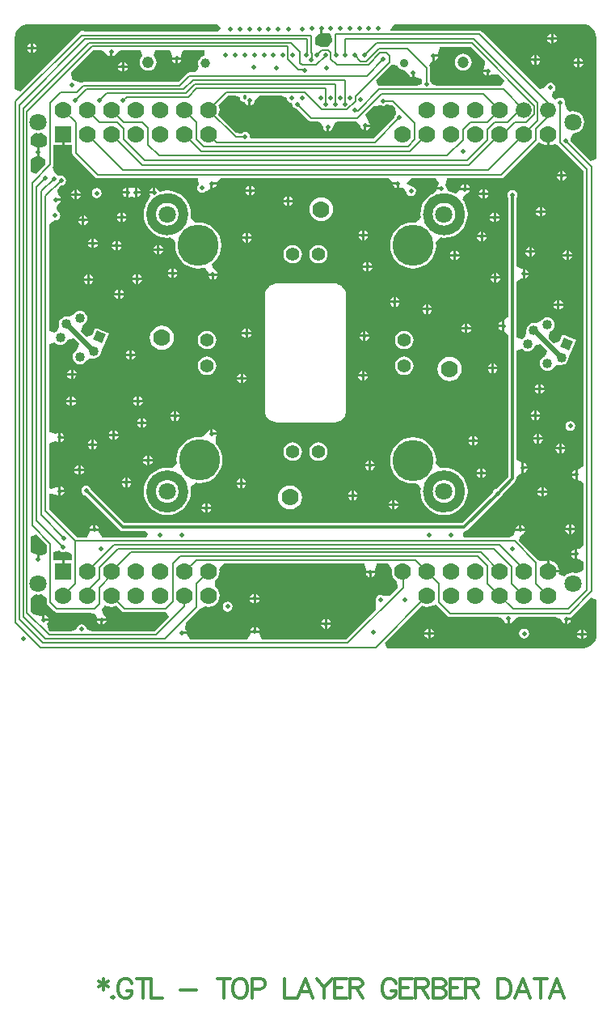
<source format=gtl>
%FSLAX24Y24*%
%MOIN*%
G70*
G01*
G75*
G04 Layer_Physical_Order=1*
G04 Layer_Color=255*
%ADD10C,0.0400*%
%ADD11C,0.0080*%
%ADD12C,0.0070*%
%ADD13C,0.0120*%
%ADD14C,0.0200*%
%ADD15C,0.0120*%
%ADD16P,0.0566X4X202.5*%
%ADD17C,0.0400*%
%ADD18C,0.0354*%
%ADD19C,0.0394*%
%ADD20C,0.0700*%
%ADD21C,0.0551*%
%ADD22R,0.0700X0.0700*%
%ADD23C,0.0660*%
%ADD24C,0.0709*%
%ADD25C,0.1693*%
%ADD26C,0.0472*%
%ADD27C,0.0481*%
%ADD28C,0.0200*%
%ADD29C,0.0180*%
G36*
X8035Y24587D02*
X7984Y24581D01*
X7912Y24551D01*
X7850Y24503D01*
X7803Y24441D01*
X7773Y24369D01*
X7762Y24291D01*
X7773Y24214D01*
X7794Y24163D01*
X7756Y24057D01*
X7677Y23913D01*
X7410D01*
X7355Y23902D01*
X7337Y23889D01*
X7309Y23871D01*
X7309Y23871D01*
X6951Y23513D01*
X3030D01*
X3030Y23513D01*
X3005Y23508D01*
X2923Y23495D01*
X2695Y23547D01*
Y23547D01*
X2695D01*
X2582Y23625D01*
X2524Y23912D01*
X3449Y24837D01*
X3764D01*
X3865Y24807D01*
X4042Y24631D01*
X4042D01*
X4042Y24631D01*
X4046Y24626D01*
X4046D01*
X4076Y24606D01*
X4112Y24582D01*
X4112Y24582D01*
X4120Y24580D01*
X4127Y24579D01*
X4131Y24578D01*
X4135Y24577D01*
X4140Y24576D01*
Y24770D01*
X4240D01*
Y24576D01*
X4245Y24577D01*
X4249Y24578D01*
X4253Y24579D01*
X4260Y24580D01*
X4268Y24582D01*
X4268Y24582D01*
X4288Y24595D01*
X4334Y24626D01*
X4334D01*
X4337Y24630D01*
X4338Y24631D01*
X4515Y24807D01*
X4616Y24837D01*
X5404D01*
X5475Y24587D01*
X5462Y24578D01*
X5406Y24505D01*
X5372Y24421D01*
X5360Y24331D01*
X5372Y24240D01*
X5406Y24156D01*
X5462Y24084D01*
X5534Y24028D01*
X5618Y23994D01*
X5709Y23982D01*
X5799Y23994D01*
X5883Y24028D01*
X5955Y24084D01*
X6011Y24156D01*
X6046Y24240D01*
X6058Y24331D01*
X6046Y24421D01*
X6011Y24505D01*
X5955Y24578D01*
X5943Y24587D01*
X6013Y24837D01*
X6612D01*
X6637Y24797D01*
X6712Y24578D01*
X6712Y24577D01*
X6699Y24558D01*
X6699Y24558D01*
X6694Y24530D01*
X7082D01*
X7076Y24558D01*
X7057Y24587D01*
X7098Y24732D01*
X7163Y24837D01*
X8019D01*
X8035Y24587D01*
D02*
G37*
G36*
X22255Y20915D02*
X22322Y20924D01*
X22329Y20927D01*
X22499Y20946D01*
X22609Y20909D01*
X23655Y19864D01*
Y7708D01*
X23583Y7646D01*
X23430Y7563D01*
Y7350D01*
Y7137D01*
X23583Y7054D01*
X23655Y6992D01*
Y4415D01*
X23496Y4308D01*
X23410Y4277D01*
Y4080D01*
Y3883D01*
X23496Y3852D01*
X23655Y3745D01*
Y3423D01*
X23569Y3352D01*
X23405Y3281D01*
X23347Y3305D01*
X23228Y3320D01*
X23110Y3305D01*
X22999Y3259D01*
X22904Y3186D01*
X22873Y3145D01*
X22643Y3245D01*
X22652Y3312D01*
X22205D01*
Y3362D01*
X22155D01*
Y3810D01*
X22087Y3801D01*
X22086Y3800D01*
X21894Y3795D01*
X21801Y3840D01*
X21801Y3840D01*
X21009Y4632D01*
X21033Y4747D01*
X21079Y4832D01*
D01*
X21079Y4832D01*
Y4832D01*
X21079Y4832D01*
X21153Y4893D01*
X21205Y4937D01*
X21249Y5003D01*
X21249Y5003D01*
X21255Y5031D01*
X20847D01*
X20812Y4855D01*
X20600Y4763D01*
X18742D01*
X18689Y4840D01*
X18716Y4935D01*
X18771Y5032D01*
X18805Y5039D01*
X18858Y5075D01*
X20153Y6370D01*
X20198Y6379D01*
X20264Y6423D01*
X20308Y6489D01*
X20317Y6534D01*
X20846Y7062D01*
X20881Y7115D01*
X20893Y7177D01*
Y7263D01*
X20956Y7321D01*
X21110Y7407D01*
Y7626D01*
Y7845D01*
X20956Y7931D01*
X20893Y7989D01*
Y12460D01*
X20905Y12467D01*
X21143Y12525D01*
X21150Y12516D01*
X21212Y12468D01*
X21285Y12438D01*
X21364Y12427D01*
X21442Y12438D01*
X21515Y12468D01*
X21578Y12516D01*
X21626Y12579D01*
X21647Y12631D01*
X21748Y12678D01*
X21907Y12725D01*
X22156Y12475D01*
X22117Y12320D01*
X22066Y12212D01*
X22019Y12192D01*
X21956Y12144D01*
X21908Y12081D01*
X21878Y12008D01*
X21867Y11930D01*
X21878Y11852D01*
X21908Y11779D01*
X21956Y11716D01*
X22019Y11668D01*
X22092Y11638D01*
X22170Y11627D01*
X22248Y11638D01*
X22321Y11668D01*
X22384Y11716D01*
X22404Y11742D01*
X22478Y11805D01*
X22546Y11844D01*
X22621Y11864D01*
X22717Y11872D01*
X22750Y11867D01*
X22828Y11878D01*
X22901Y11908D01*
X22964Y11956D01*
X23012Y12019D01*
X23042Y12092D01*
X23046Y12117D01*
X23132Y12348D01*
X23132D01*
X23132Y12348D01*
X23362Y12902D01*
X22808Y13132D01*
X22680Y12823D01*
X22434Y12774D01*
X22235Y12974D01*
X22240Y13071D01*
X22309Y13253D01*
X22321Y13258D01*
X22384Y13306D01*
X22432Y13369D01*
X22462Y13442D01*
X22473Y13520D01*
X22462Y13598D01*
X22432Y13671D01*
X22384Y13734D01*
X22321Y13782D01*
X22248Y13812D01*
X22170Y13823D01*
X22092Y13812D01*
X22019Y13782D01*
X21956Y13734D01*
X21948Y13724D01*
X21876Y13658D01*
X21792Y13622D01*
X21718Y13593D01*
X21625Y13591D01*
X21610Y13593D01*
X21532Y13582D01*
X21459Y13552D01*
X21396Y13504D01*
X21348Y13441D01*
X21318Y13368D01*
X21307Y13290D01*
X21309Y13278D01*
X21299Y13168D01*
X21258Y13074D01*
X21225Y13015D01*
X21170Y12960D01*
X21150Y12944D01*
X21143Y12935D01*
X20905Y12993D01*
X20893Y13000D01*
Y15303D01*
X21107Y15423D01*
X21143Y15427D01*
X21150Y15426D01*
Y15620D01*
Y15814D01*
X21143Y15813D01*
X21107Y15817D01*
X20893Y15937D01*
Y18527D01*
X20906Y18772D01*
X20906Y18773D01*
Y18773D01*
X20919Y18792D01*
X20919Y18792D01*
X20926Y18830D01*
X20930Y18847D01*
X20934Y18870D01*
X20934Y18870D01*
X20926Y18909D01*
X20923Y18925D01*
X20919Y18948D01*
X20919Y18948D01*
X20895Y18983D01*
X20887Y18995D01*
X20887D01*
X20874Y19014D01*
X20874Y19014D01*
X20857Y19026D01*
Y19026D01*
X20855Y19027D01*
X20855D01*
X20832Y19042D01*
X20828Y19045D01*
D01*
X20808Y19058D01*
X20808D01*
X20785Y19063D01*
X20771Y19066D01*
X20730Y19074D01*
X20707Y19069D01*
X20689Y19066D01*
X20675Y19063D01*
X20652Y19058D01*
Y19058D01*
X20633Y19045D01*
D01*
X20628Y19042D01*
X20605Y19027D01*
X20605D01*
X20605Y19027D01*
Y19027D01*
X20586Y19014D01*
X20586Y19014D01*
X20573Y18995D01*
X20573D01*
X20565Y18983D01*
X20542Y18948D01*
X20542Y18948D01*
X20537Y18925D01*
X20534Y18909D01*
X20526Y18870D01*
X20526Y18870D01*
D01*
X20531Y18847D01*
X20534Y18830D01*
X20542Y18792D01*
X20542Y18792D01*
X20555Y18773D01*
Y18773D01*
X20555Y18772D01*
X20567Y18527D01*
Y13866D01*
X20535Y13818D01*
X20400Y13713D01*
Y13470D01*
Y13227D01*
X20535Y13122D01*
X20567Y13074D01*
Y7245D01*
X20087Y6764D01*
X20042Y6756D01*
X19976Y6711D01*
X19932Y6645D01*
X19923Y6601D01*
X18675Y5353D01*
X4728D01*
X3357Y6723D01*
X3348Y6768D01*
X3304Y6834D01*
X3238Y6878D01*
X3160Y6894D01*
X3082Y6878D01*
X3016Y6834D01*
X2972Y6768D01*
X2956Y6690D01*
X2972Y6612D01*
X3016Y6546D01*
X3082Y6502D01*
X3127Y6493D01*
X4545Y5075D01*
X4598Y5039D01*
X4660Y5027D01*
X5586D01*
X5653Y4970D01*
X5691Y4883D01*
X5628Y4763D01*
X3796D01*
X3784Y4776D01*
X3680Y5001D01*
X3681Y5013D01*
X3684Y5031D01*
X3296D01*
X3300Y5013D01*
X3301Y5001D01*
X3197Y4776D01*
X3185Y4763D01*
X2779D01*
X1623Y5919D01*
Y6562D01*
X1691Y6570D01*
X1921Y6522D01*
X1921Y6522D01*
X1951Y6502D01*
X1982Y6482D01*
X2010Y6476D01*
Y6670D01*
Y6864D01*
X1982Y6858D01*
X1958Y6843D01*
X1935Y6827D01*
X1935Y6827D01*
X1710Y6768D01*
X1623Y6778D01*
Y8641D01*
X1666Y8668D01*
X1906Y8736D01*
X1913Y8731D01*
X1913Y8731D01*
X1913D01*
Y8731D01*
D01*
X1972Y8692D01*
X2000Y8686D01*
Y8880D01*
Y9074D01*
X1972Y9068D01*
X1913Y9029D01*
X1913Y9029D01*
D01*
X1913Y9029D01*
X1906Y9024D01*
X1666Y9092D01*
X1623Y9119D01*
Y12731D01*
X1639Y12740D01*
X1873Y12795D01*
X1880Y12786D01*
X1942Y12738D01*
X2015Y12708D01*
X2094Y12697D01*
X2172Y12708D01*
X2245Y12738D01*
X2308Y12786D01*
X2356Y12849D01*
X2372Y12887D01*
X2495Y12941D01*
X2644Y12967D01*
X2862Y12750D01*
X2840Y12611D01*
X2782Y12476D01*
X2749Y12462D01*
X2686Y12414D01*
X2638Y12351D01*
X2608Y12278D01*
X2597Y12200D01*
X2608Y12122D01*
X2638Y12049D01*
X2686Y11986D01*
X2749Y11938D01*
X2822Y11908D01*
X2900Y11897D01*
X2978Y11908D01*
X3051Y11938D01*
X3114Y11986D01*
X3134Y12012D01*
X3208Y12075D01*
X3276Y12114D01*
X3351Y12134D01*
X3447Y12142D01*
X3480Y12137D01*
X3558Y12148D01*
X3631Y12178D01*
X3694Y12226D01*
X3742Y12289D01*
X3772Y12362D01*
X3776Y12387D01*
X3862Y12618D01*
X3862D01*
X3862Y12618D01*
X4092Y13172D01*
X3538Y13402D01*
X3404Y13079D01*
X3159Y13030D01*
X2947Y13241D01*
X2962Y13365D01*
X3025Y13517D01*
X3051Y13528D01*
X3114Y13576D01*
X3162Y13639D01*
X3192Y13712D01*
X3203Y13790D01*
X3192Y13868D01*
X3162Y13941D01*
X3114Y14004D01*
X3051Y14052D01*
X2978Y14082D01*
X2900Y14093D01*
X2822Y14082D01*
X2749Y14052D01*
X2686Y14004D01*
X2678Y13994D01*
X2606Y13928D01*
X2522Y13892D01*
X2448Y13863D01*
X2355Y13861D01*
X2340Y13863D01*
X2262Y13852D01*
X2189Y13822D01*
X2126Y13774D01*
X2078Y13711D01*
X2048Y13638D01*
X2037Y13560D01*
X2039Y13548D01*
X2029Y13438D01*
X1988Y13344D01*
X1955Y13285D01*
X1900Y13230D01*
X1880Y13214D01*
X1873Y13205D01*
X1639Y13260D01*
X1623Y13269D01*
Y17651D01*
X1676Y17704D01*
X1873Y17818D01*
X1880Y17816D01*
X1880Y17816D01*
X1935Y17827D01*
X1958Y17832D01*
X1958Y17832D01*
X2024Y17876D01*
X2068Y17942D01*
X2068Y17942D01*
X2073Y17965D01*
X2073Y17965D01*
X2084Y18020D01*
X2084Y18020D01*
X2079Y18043D01*
X2068Y18098D01*
Y18098D01*
X2024Y18164D01*
Y18164D01*
X2019Y18168D01*
D01*
X1958Y18208D01*
X1943Y18351D01*
X1988Y18482D01*
X2054Y18526D01*
X2098Y18592D01*
X2104Y18620D01*
X1910D01*
Y18720D01*
X2104D01*
X2098Y18748D01*
X2054Y18814D01*
X2039Y18824D01*
X1980Y19029D01*
X1978Y19073D01*
X2110Y19244D01*
X2132Y19259D01*
X2184Y19270D01*
X2198Y19273D01*
X2198Y19273D01*
X2264Y19317D01*
X2285Y19348D01*
X2305Y19378D01*
X2305Y19378D01*
X2306Y19379D01*
X2308Y19383D01*
Y19383D01*
Y19383D01*
X2315Y19418D01*
X2324Y19461D01*
D01*
X2324Y19461D01*
X2308Y19539D01*
Y19539D01*
X2296Y19558D01*
X2295Y19558D01*
X2293Y19563D01*
Y19563D01*
X2277Y19586D01*
Y19586D01*
X2274Y19590D01*
Y19590D01*
X2264Y19605D01*
X2264Y19605D01*
X2264Y19605D01*
X2264D01*
X2245Y19618D01*
D01*
X2215Y19638D01*
X2198Y19649D01*
X2198Y19649D01*
X2175Y19654D01*
X2158Y19657D01*
X2120Y19665D01*
X2014Y19665D01*
X2012Y19665D01*
X1934Y19704D01*
X1922Y19713D01*
X1846Y19778D01*
X1771Y20018D01*
X1771Y20018D01*
X1789Y20046D01*
X1802Y20065D01*
X1813Y20119D01*
X1813Y20119D01*
Y20912D01*
X2155D01*
Y21362D01*
X2255D01*
Y20912D01*
X2575D01*
Y20603D01*
X2575Y20603D01*
X2585Y20548D01*
X2616Y20502D01*
X3519Y19599D01*
X3565Y19568D01*
X3620Y19557D01*
X3620Y19557D01*
X7764D01*
X7771Y19539D01*
X7805Y19307D01*
X7805Y19307D01*
X7786Y19294D01*
Y19294D01*
X7765Y19263D01*
X7742Y19228D01*
Y19228D01*
X7734Y19189D01*
X7726Y19150D01*
Y19150D01*
X7734Y19110D01*
X7742Y19072D01*
X7742Y19072D01*
X7754Y19053D01*
X7755Y19052D01*
X7755Y19052D01*
Y19052D01*
X7786Y19006D01*
X7852Y18962D01*
X7852Y18962D01*
X7930Y18946D01*
X7930Y18946D01*
X7936Y18947D01*
X8008Y18962D01*
X8020Y18969D01*
X8047Y18988D01*
X8114Y19027D01*
X8133Y19038D01*
X8164Y19055D01*
X8239Y19093D01*
X8280Y19109D01*
Y19340D01*
X8330D01*
Y19390D01*
X8573D01*
X8678Y19525D01*
X8726Y19557D01*
X15614D01*
X15662Y19525D01*
X15767Y19390D01*
X16010D01*
Y19340D01*
X16060D01*
Y19146D01*
X16088Y19152D01*
X16088D01*
X16140Y19162D01*
X16143Y19162D01*
X16216Y19171D01*
X16280Y19141D01*
X16370Y18949D01*
X16372Y18942D01*
Y18942D01*
Y18942D01*
X16378Y18932D01*
X16379Y18932D01*
X16379Y18932D01*
X16416Y18876D01*
X16482Y18832D01*
X16482Y18832D01*
X16560Y18816D01*
X16560Y18816D01*
X16569Y18818D01*
X16638Y18832D01*
X16638Y18832D01*
X16658Y18845D01*
X16658D01*
X16704Y18876D01*
X16748Y18942D01*
X16764Y19020D01*
X16750Y19091D01*
X16748Y19098D01*
X16748Y19098D01*
X16704Y19164D01*
X16638Y19208D01*
X16583Y19219D01*
X16561Y19224D01*
X16560Y19224D01*
X16560Y19224D01*
X16359Y19333D01*
X16550Y19557D01*
X17571D01*
X17679Y19387D01*
D01*
X17683Y19380D01*
X17683Y19380D01*
X17684Y19320D01*
X17685Y19287D01*
X17685Y19287D01*
X17685Y19287D01*
X17685Y19287D01*
X17685Y19287D01*
X17680Y19284D01*
X17680D01*
X17679Y19283D01*
X17666Y19274D01*
X17666D01*
Y19274D01*
X17666D01*
X17665Y19273D01*
X17661Y19267D01*
X17661D01*
X17622Y19208D01*
X17622Y19208D01*
X17616Y19180D01*
X17810D01*
Y19080D01*
X17616D01*
X17619Y19065D01*
X17622Y19052D01*
X17622Y19052D01*
X17418Y18906D01*
X17372Y18881D01*
X17224Y18760D01*
X17103Y18612D01*
X17013Y18444D01*
X16957Y18261D01*
X16939Y18071D01*
X16951Y17945D01*
X16896Y17853D01*
X16855Y17810D01*
X16741Y17732D01*
X16634Y17742D01*
X16448Y17724D01*
X16270Y17670D01*
X16105Y17582D01*
X15961Y17464D01*
X15843Y17320D01*
X15755Y17155D01*
X15701Y16977D01*
X15683Y16791D01*
X15701Y16606D01*
X15755Y16427D01*
X15843Y16263D01*
X15961Y16119D01*
X16105Y16001D01*
X16270Y15913D01*
X16448Y15859D01*
X16634Y15840D01*
X16819Y15859D01*
X16998Y15913D01*
X17162Y16001D01*
X17306Y16119D01*
X17425Y16263D01*
X17513Y16427D01*
X17567Y16606D01*
X17585Y16791D01*
X17574Y16899D01*
X17653Y17013D01*
X17696Y17054D01*
X17788Y17109D01*
X17913Y17096D01*
X18104Y17115D01*
X18286Y17170D01*
X18455Y17260D01*
X18603Y17382D01*
X18724Y17529D01*
X18814Y17698D01*
X18869Y17881D01*
X18888Y18071D01*
X18869Y18261D01*
X18814Y18444D01*
X18724Y18612D01*
X18679Y18666D01*
X18740Y18809D01*
X18806Y18907D01*
X18835Y18912D01*
X18835D01*
X18858Y18917D01*
X18858Y18917D01*
X18905Y18948D01*
D01*
X18924Y18961D01*
Y18961D01*
X18968Y19027D01*
X18974Y19055D01*
X18535D01*
X18411Y18939D01*
X18377Y18923D01*
X18286Y18971D01*
X18104Y19027D01*
X18072Y19064D01*
X18002Y19189D01*
X17998Y19208D01*
X17959Y19267D01*
X17959Y19267D01*
X17959Y19267D01*
X17954Y19274D01*
X18022Y19514D01*
X18049Y19557D01*
X20270D01*
X20270Y19557D01*
X20325Y19568D01*
X20371Y19599D01*
X21675Y20903D01*
X21844Y21015D01*
X21978Y20969D01*
X22087Y20924D01*
X22155Y20915D01*
Y21362D01*
X22255D01*
Y20915D01*
D02*
G37*
G36*
X1311Y21411D02*
X1527Y21256D01*
Y20926D01*
X1447Y20870D01*
X1277Y20816D01*
X1258Y20828D01*
X1230Y20834D01*
Y20640D01*
Y20446D01*
X1232Y20446D01*
X1466Y20313D01*
X1477Y20128D01*
X1084Y19735D01*
X853Y19830D01*
Y20340D01*
X883Y20366D01*
X1102Y20452D01*
X1130Y20446D01*
Y20640D01*
Y20834D01*
X1102Y20828D01*
X883Y20914D01*
X853Y20940D01*
Y21238D01*
X1013Y21377D01*
X1103Y21414D01*
X1181Y21404D01*
X1277Y21417D01*
X1311Y21411D01*
D02*
G37*
G36*
X2066Y4216D02*
X2132Y4172D01*
X2210Y4156D01*
X2288Y4172D01*
X2307Y4184D01*
X2477Y4130D01*
X2557Y4074D01*
Y3812D01*
X2255D01*
Y3362D01*
X2155D01*
Y3812D01*
X1813D01*
Y4148D01*
X2063Y4220D01*
X2066Y4216D01*
D02*
G37*
G36*
X1527Y4441D02*
Y4135D01*
X1422Y4071D01*
X1277Y4029D01*
X1248Y4048D01*
X1220Y4054D01*
Y3860D01*
X1120D01*
Y4054D01*
X1103Y4051D01*
X1090Y4049D01*
X864Y4155D01*
X853Y4166D01*
Y4789D01*
X1084Y4884D01*
X1527Y4441D01*
D02*
G37*
G36*
X15744Y3508D02*
X15762Y3447D01*
X15751Y3362D01*
X15766Y3245D01*
X15812Y3135D01*
X15884Y3041D01*
X15978Y2969D01*
X15979Y2969D01*
X16015Y2697D01*
X15693Y2375D01*
X15637Y2366D01*
X15388Y2365D01*
X15387Y2366D01*
X15368Y2378D01*
X15368Y2378D01*
X15332Y2386D01*
X15290Y2394D01*
D01*
X15251Y2386D01*
X15224Y2381D01*
X15212Y2378D01*
X15188Y2363D01*
X15165Y2347D01*
X15161Y2344D01*
X15146Y2334D01*
X15146D01*
X15136Y2319D01*
X15133Y2315D01*
X15117Y2292D01*
X15102Y2268D01*
X15099Y2256D01*
X15094Y2229D01*
X15086Y2190D01*
D01*
X15094Y2148D01*
X15102Y2112D01*
X15102Y2112D01*
X15114Y2093D01*
X15115Y2092D01*
X15114Y1843D01*
X15105Y1787D01*
X13881Y563D01*
X10416D01*
X10405Y574D01*
X10299Y800D01*
X10301Y813D01*
X10304Y830D01*
X9916D01*
X9919Y813D01*
X9921Y800D01*
X9815Y574D01*
X9804Y563D01*
X7461D01*
X7397Y638D01*
X7316Y790D01*
X7105D01*
Y890D01*
X7299D01*
X7293Y918D01*
X7249Y984D01*
X7277Y1245D01*
X7811Y1779D01*
X7811Y1779D01*
X7812Y1781D01*
X7857Y1832D01*
X8058Y1918D01*
X8065Y1920D01*
X8103Y1922D01*
X8205Y1908D01*
X8322Y1924D01*
X8432Y1969D01*
X8526Y2041D01*
X8598Y2135D01*
X8643Y2245D01*
X8659Y2362D01*
X8643Y2480D01*
X8598Y2589D01*
X8526Y2683D01*
X8480Y2718D01*
X8456Y2842D01*
Y2883D01*
X8480Y3006D01*
X8526Y3041D01*
X8598Y3135D01*
X8643Y3245D01*
X8659Y3362D01*
X8648Y3447D01*
X8666Y3508D01*
X8817Y3697D01*
X14620D01*
X14643Y3652D01*
X14705Y3428D01*
X14704Y3427D01*
X14692Y3408D01*
X14692Y3408D01*
X14686Y3380D01*
X15074D01*
X15068Y3408D01*
X15068Y3408D01*
X15056Y3427D01*
X15055Y3428D01*
X15117Y3652D01*
X15140Y3697D01*
X15593D01*
X15744Y3508D01*
D02*
G37*
G36*
X24210Y2191D02*
Y670D01*
X24190D01*
X24150Y530D01*
X24070Y410D01*
X23930Y288D01*
X23809Y230D01*
X23650Y200D01*
X15571Y200D01*
X15476Y431D01*
X17003Y1959D01*
X17087Y1924D01*
X17205Y1908D01*
X17322Y1924D01*
X17358Y1939D01*
X17436Y1969D01*
X17597Y1978D01*
X17708Y1880D01*
X18059Y1529D01*
X18059Y1529D01*
X18105Y1498D01*
X18160Y1487D01*
X18160Y1487D01*
X20127D01*
X20285Y1436D01*
X20399Y1305D01*
X20413Y1284D01*
X20413D01*
X20426Y1265D01*
D01*
Y1265D01*
X20426Y1265D01*
X20441Y1255D01*
X20445Y1252D01*
X20468Y1237D01*
X20472Y1234D01*
D01*
X20492Y1221D01*
X20492D01*
X20520Y1215D01*
Y1409D01*
X20620D01*
Y1215D01*
X20648Y1221D01*
X20648Y1221D01*
X20668Y1234D01*
X20668D01*
X20672Y1237D01*
X20695Y1252D01*
X20698Y1254D01*
X20714Y1265D01*
X20714Y1265D01*
X20714Y1265D01*
X20727Y1284D01*
X20727D01*
X20741Y1305D01*
X20855Y1436D01*
X21013Y1487D01*
X22509D01*
X22746Y1400D01*
X22757Y1345D01*
Y1345D01*
X22762Y1322D01*
X22762Y1322D01*
X22806Y1256D01*
X22872Y1212D01*
X22900Y1206D01*
Y1400D01*
X22950D01*
Y1450D01*
X23173D01*
X23195Y1529D01*
X23371Y1706D01*
X23960Y2294D01*
X24210Y2191D01*
D02*
G37*
G36*
X23750Y25890D02*
X23850Y25860D01*
X23940Y25810D01*
X23970Y25790D01*
X24030Y25740D01*
X24090Y25670D01*
X24180Y25500D01*
X24210Y25340D01*
Y20365D01*
X23960Y20262D01*
X23132Y21090D01*
X23134Y21100D01*
X23134Y21100D01*
X23118Y21178D01*
X23185Y21316D01*
X23247Y21406D01*
X23347Y21420D01*
X23457Y21465D01*
X23552Y21538D01*
X23625Y21633D01*
X23671Y21744D01*
X23687Y21862D01*
X23671Y21981D01*
X23625Y22091D01*
X23552Y22186D01*
X23457Y22259D01*
X23347Y22305D01*
X23228Y22320D01*
X23110Y22305D01*
X23103Y22302D01*
X23015Y22350D01*
X23008Y22357D01*
X22926Y22534D01*
X22908Y22638D01*
X22914Y22670D01*
X22914Y22670D01*
X22914Y22670D01*
X22898Y22748D01*
Y22748D01*
X22898Y22748D01*
X22888Y22764D01*
X22887Y22765D01*
X22887Y22765D01*
X22886Y22767D01*
X22885Y22767D01*
X22885Y22767D01*
X22885Y22768D01*
D01*
X22885Y22768D01*
X22860Y22806D01*
X22854Y22814D01*
X22854Y22814D01*
X22788Y22858D01*
X22788Y22858D01*
X22788Y22858D01*
X22765Y22863D01*
X22733Y22869D01*
X22733Y22869D01*
X22710Y22874D01*
X22710Y22874D01*
X22710Y22874D01*
X22710Y22874D01*
X22710D01*
X22704Y22873D01*
X22704D01*
X22687Y22869D01*
X22632Y22858D01*
X22632Y22858D01*
X22612Y22845D01*
D01*
X22566Y22814D01*
X22556Y22809D01*
X22491Y22801D01*
X22376Y22913D01*
X22414Y23124D01*
X22420Y23128D01*
D01*
X22439Y23141D01*
Y23141D01*
X22483Y23207D01*
X22494Y23262D01*
X22499Y23285D01*
X22499Y23285D01*
X22494Y23308D01*
X22494Y23308D01*
X22483Y23363D01*
X22483Y23363D01*
X22470Y23383D01*
Y23383D01*
X22439Y23429D01*
X22373Y23473D01*
X22373Y23473D01*
X22350Y23478D01*
X22295Y23489D01*
X22217Y23473D01*
X22151Y23429D01*
X22107Y23363D01*
X22098Y23318D01*
X21988Y23253D01*
X21851Y23211D01*
X19467Y25595D01*
X19420Y25626D01*
X19366Y25637D01*
X19366Y25637D01*
X15693D01*
X15688Y25650D01*
X15854Y25900D01*
X23600Y25900D01*
X23750Y25890D01*
D02*
G37*
G36*
X800Y25900D02*
X8550Y25900D01*
X8690Y25709D01*
X8613Y25583D01*
X3124D01*
X3114Y25593D01*
X3114D01*
X3111Y25596D01*
X3111D01*
X3107Y25600D01*
D01*
X3107Y25600D01*
X3106Y25601D01*
X3106D01*
X3080Y25618D01*
D01*
X3060Y25632D01*
X3060Y25632D01*
X3060Y25632D01*
X3060Y25632D01*
X3005Y25643D01*
X3005Y25643D01*
X3005Y25643D01*
X2950Y25632D01*
X2950Y25632D01*
X2950Y25632D01*
X2904Y25601D01*
X2904Y25601D01*
X2904D01*
X2877Y25569D01*
X2872Y25564D01*
X2872Y25563D01*
X2871Y25563D01*
Y25563D01*
X2871D01*
X2871Y25563D01*
Y25563D01*
X431Y23123D01*
X200Y23219D01*
Y25310D01*
X220Y25470D01*
X280Y25610D01*
X320Y25670D01*
X366Y25724D01*
X440Y25790D01*
X560Y25860D01*
X660Y25890D01*
X740Y25900D01*
X800Y25900D01*
D02*
G37*
G36*
X15997Y24181D02*
X16009Y24152D01*
X16053Y24094D01*
X16111Y24049D01*
X16178Y24021D01*
X16205Y24018D01*
X16321Y23958D01*
X16483Y23775D01*
Y23775D01*
X16483Y23775D01*
X16496Y23756D01*
X16496D01*
X16527Y23735D01*
X16562Y23712D01*
X16562D01*
X16590Y23706D01*
Y23900D01*
X16690D01*
Y23706D01*
X16718Y23712D01*
X16718Y23712D01*
X16718Y23712D01*
X16726Y23713D01*
X16821Y23696D01*
X16924Y23662D01*
X16991Y23616D01*
X17015Y23513D01*
X17012Y23508D01*
X16996Y23430D01*
X16757Y23352D01*
X15249D01*
X15249Y23352D01*
X15209Y23344D01*
X15194Y23355D01*
X15101Y23589D01*
X15729Y24217D01*
X15840Y24218D01*
X15997Y24181D01*
D02*
G37*
G36*
X19587Y24393D02*
X19597Y24360D01*
X19594Y24301D01*
X19555Y24068D01*
X19554Y24067D01*
X19542Y24048D01*
X19542Y24048D01*
X19536Y24020D01*
X19730D01*
Y23970D01*
X19780D01*
Y23776D01*
X19808Y23782D01*
X19808D01*
X19813Y23785D01*
D01*
X19874Y23826D01*
X20120Y23837D01*
X20153Y23827D01*
X20387Y23593D01*
X20384Y23570D01*
X20275Y23352D01*
X17643D01*
X17404Y23430D01*
X17388Y23508D01*
X17344Y23574D01*
Y23574D01*
X17343Y23575D01*
Y24080D01*
X17343Y24080D01*
X17332Y24135D01*
X17301Y24181D01*
X17393Y24351D01*
X17430Y24368D01*
Y24600D01*
X17480D01*
Y24650D01*
X17674D01*
X17668Y24678D01*
Y24678D01*
X17668Y24679D01*
X17656Y24697D01*
X17655Y24698D01*
X17717Y24922D01*
X17740Y24967D01*
X19013D01*
X19587Y24393D01*
D02*
G37*
G36*
X12900Y25516D02*
X12928Y25522D01*
X13162D01*
X13162Y25522D01*
X13240Y25505D01*
X13293Y25262D01*
Y25176D01*
X13282Y25154D01*
X13130Y24973D01*
X13130Y24973D01*
X12868D01*
X12837Y24967D01*
X12778Y24976D01*
X12699Y25009D01*
X12665Y25029D01*
X12594Y25099D01*
X12594Y25350D01*
X12667Y25421D01*
X12778Y25496D01*
X12800Y25502D01*
Y25710D01*
X12900D01*
Y25516D01*
D02*
G37*
G36*
X1311Y2411D02*
X1527Y2256D01*
Y2080D01*
X1527Y2080D01*
X1538Y2025D01*
X1569Y1979D01*
X1839Y1709D01*
X1839Y1709D01*
X1885Y1678D01*
X1940Y1667D01*
X1940Y1667D01*
X3278D01*
X3504Y1610D01*
X3547Y1555D01*
X3547Y1555D01*
X3547Y1555D01*
X3547Y1555D01*
X3551Y1549D01*
X3556Y1538D01*
X3569Y1513D01*
X3571Y1509D01*
X3590Y1471D01*
X3592Y1467D01*
X3599Y1453D01*
X3602Y1448D01*
X3600Y1442D01*
X3600Y1438D01*
Y1438D01*
X3600Y1438D01*
X3600Y1438D01*
X3599Y1433D01*
X3596Y1420D01*
X3984D01*
X3978Y1448D01*
X3934Y1514D01*
X3868Y1558D01*
X3816Y1784D01*
X3816Y1808D01*
X3888Y1940D01*
X3908Y1946D01*
X4072Y1930D01*
X4087Y1924D01*
X4205Y1908D01*
X4322Y1924D01*
X4407Y1959D01*
X4626Y1739D01*
X4626Y1739D01*
X4672Y1708D01*
X4727Y1697D01*
X4727Y1697D01*
X6432D01*
X6453Y1675D01*
X6567Y1478D01*
X5981Y893D01*
X3411D01*
X3174Y980D01*
X3163Y1035D01*
Y1035D01*
X3158Y1058D01*
X3158Y1058D01*
X3114Y1124D01*
X3068Y1155D01*
X3068D01*
X3048Y1168D01*
X3048Y1168D01*
X2993Y1179D01*
X2993Y1179D01*
X2970Y1184D01*
D01*
X2947Y1179D01*
X2947Y1179D01*
X2892Y1168D01*
X2826Y1124D01*
X2826D01*
X2813Y1105D01*
D01*
X2782Y1058D01*
X2782Y1058D01*
X2777Y1035D01*
X2777Y1035D01*
X2766Y980D01*
X2529Y893D01*
X1679D01*
X1600Y971D01*
X1539Y1226D01*
X1583Y1292D01*
X1589Y1320D01*
X1395D01*
Y1370D01*
X1345D01*
Y1564D01*
X1317Y1558D01*
X1251Y1514D01*
X996Y1576D01*
X853Y1719D01*
Y2238D01*
X1013Y2377D01*
X1103Y2414D01*
X1181Y2404D01*
X1277Y2417D01*
X1311Y2411D01*
D02*
G37*
G36*
X11436Y22850D02*
X11447Y22795D01*
X11452Y22772D01*
X11452Y22772D01*
X11496Y22706D01*
X11562Y22662D01*
X11640Y22646D01*
X11640Y22646D01*
X11673Y22523D01*
X11673Y22523D01*
X11673Y22523D01*
X11717Y22457D01*
X11783Y22413D01*
X11861Y22397D01*
X11861Y22397D01*
X11863Y22397D01*
X12322Y21938D01*
X12322Y21938D01*
X12350Y21920D01*
X12368Y21907D01*
X12423Y21896D01*
X12423Y21896D01*
X12730D01*
X12779Y21861D01*
X12792Y21843D01*
X12921Y21646D01*
X12921Y21646D01*
X12921Y21646D01*
X12927Y21615D01*
X12932Y21592D01*
X12932Y21592D01*
X12972Y21531D01*
X12972Y21531D01*
X12976Y21526D01*
X12976Y21526D01*
X12976Y21526D01*
X13032Y21488D01*
D01*
X13042Y21482D01*
X13042Y21482D01*
X13070Y21476D01*
Y21670D01*
X13170D01*
Y21476D01*
X13198Y21482D01*
X13198D01*
X13198Y21482D01*
X13208Y21488D01*
D01*
X13264Y21526D01*
X13264Y21526D01*
X13264Y21526D01*
X13268Y21531D01*
X13268Y21531D01*
X13308Y21592D01*
X13308Y21592D01*
X13313Y21615D01*
X13319Y21646D01*
X13319Y21646D01*
D01*
X13448Y21843D01*
X13461Y21861D01*
X13510Y21896D01*
X14257D01*
X14265Y21893D01*
X14424Y21750D01*
X14466Y21678D01*
X14473Y21642D01*
X14517Y21576D01*
X14584Y21532D01*
X14612Y21526D01*
Y21720D01*
X14662D01*
Y21770D01*
X14856D01*
X14850Y21798D01*
Y21798D01*
X14827Y21833D01*
X14806Y21864D01*
Y21864D01*
X14788Y21876D01*
X14786Y21877D01*
X14684Y22085D01*
X14661Y22159D01*
X14661Y22159D01*
X15012Y22510D01*
X15067Y22529D01*
X15302Y22563D01*
X15302Y22563D01*
X15302D01*
X15303Y22563D01*
X15303D01*
X15322Y22550D01*
X15322Y22550D01*
X15400Y22535D01*
X15400Y22535D01*
X15400Y22535D01*
X15400Y22535D01*
X15423Y22539D01*
X15423D01*
X15423Y22539D01*
X15478Y22550D01*
X15478Y22550D01*
X15540Y22592D01*
X15541Y22592D01*
X15780Y22568D01*
X15894Y22454D01*
X15926Y22194D01*
X15882Y22128D01*
X15882Y22128D01*
X15877Y22105D01*
X15866Y22050D01*
X15866Y22048D01*
X15001Y21183D01*
X9977D01*
X9933Y21237D01*
X9912Y21270D01*
X9901Y21324D01*
X9901Y21324D01*
X9899Y21335D01*
X9898Y21338D01*
X9898Y21338D01*
X9867Y21385D01*
X9867D01*
X9854Y21404D01*
X9854D01*
X9808Y21435D01*
X9808Y21435D01*
X9808D01*
X9808D01*
X9808D01*
X9807Y21436D01*
X9807D01*
X9788Y21448D01*
X9788Y21448D01*
X9710Y21464D01*
X9710D01*
X9710Y21464D01*
D01*
X9687Y21459D01*
X9632Y21448D01*
X9632D01*
X9570Y21407D01*
X9569Y21407D01*
X9332Y21437D01*
X9332Y21437D01*
X8608Y22161D01*
X8643Y22245D01*
X8659Y22362D01*
X8643Y22480D01*
X8608Y22564D01*
X8992Y22947D01*
X9270D01*
X9492Y22880D01*
X9492Y22880D01*
X9507Y22802D01*
X9551Y22736D01*
X9618Y22692D01*
X9618Y22692D01*
X9633Y22689D01*
X9641Y22687D01*
X9696Y22676D01*
X9703Y22678D01*
X9704Y22672D01*
X9704Y22672D01*
X9748Y22606D01*
X9795Y22575D01*
X9795D01*
X9814Y22562D01*
X9814Y22562D01*
X9843Y22556D01*
Y22750D01*
X9943D01*
Y22556D01*
X9971Y22562D01*
X10037Y22606D01*
X10037D01*
X10050Y22625D01*
D01*
X10081Y22672D01*
X10081Y22672D01*
X10085Y22695D01*
X10085Y22695D01*
X10096Y22750D01*
X10264Y22931D01*
X10293Y22947D01*
X11201D01*
X11436Y22850D01*
D02*
G37*
%LPC*%
G36*
X4240Y9174D02*
X4212Y9168D01*
X4146Y9124D01*
X4102Y9058D01*
X4096Y9030D01*
X4240D01*
Y9174D01*
D02*
G37*
G36*
X21840Y9024D02*
Y8880D01*
X21984D01*
X21978Y8908D01*
X21934Y8974D01*
X21868Y9018D01*
X21840Y9024D01*
D02*
G37*
G36*
X2100Y9074D02*
Y8930D01*
X2244D01*
X2238Y8958D01*
X2207Y9005D01*
D01*
X2194Y9024D01*
X2194D01*
X2134Y9065D01*
X2134D01*
X2128Y9068D01*
X2128Y9068D01*
X2100Y9074D01*
D02*
G37*
G36*
X7014Y9710D02*
X6870D01*
Y9566D01*
X6898Y9572D01*
X6964Y9616D01*
X7008Y9682D01*
X7014Y9710D01*
D02*
G37*
G36*
X6770D02*
X6626D01*
X6632Y9682D01*
X6676Y9616D01*
X6742Y9572D01*
X6770Y9566D01*
Y9710D01*
D02*
G37*
G36*
X5500Y9674D02*
Y9530D01*
X5644D01*
X5638Y9558D01*
X5594Y9624D01*
X5528Y9668D01*
X5500Y9674D01*
D02*
G37*
G36*
X6770Y9954D02*
X6742Y9948D01*
X6676Y9904D01*
X6632Y9838D01*
X6626Y9810D01*
X6770D01*
Y9954D01*
D02*
G37*
G36*
X21874Y9742D02*
X21730D01*
Y9598D01*
X21758Y9603D01*
X21824Y9648D01*
X21868Y9714D01*
X21874Y9742D01*
D02*
G37*
G36*
X21630D02*
X21486D01*
X21492Y9714D01*
X21536Y9648D01*
X21602Y9603D01*
X21630Y9598D01*
Y9742D01*
D02*
G37*
G36*
X5400Y9674D02*
X5372Y9668D01*
X5306Y9624D01*
X5262Y9558D01*
X5256Y9530D01*
X5400D01*
Y9674D01*
D02*
G37*
G36*
X23126Y9554D02*
X23048Y9538D01*
X22982Y9494D01*
X22938Y9428D01*
X22922Y9350D01*
X22938Y9272D01*
X22982Y9206D01*
X23048Y9162D01*
X23126Y9146D01*
X23204Y9162D01*
X23270Y9206D01*
X23315Y9272D01*
X23330Y9350D01*
X23315Y9428D01*
X23270Y9494D01*
X23204Y9538D01*
X23126Y9554D01*
D02*
G37*
G36*
X8378Y9224D02*
Y9080D01*
X8522D01*
X8517Y9108D01*
Y9108D01*
X8493Y9144D01*
X8472Y9174D01*
X8472Y9174D01*
X8455Y9186D01*
X8453Y9187D01*
X8453D01*
X8430Y9203D01*
X8406Y9218D01*
X8378Y9224D01*
D02*
G37*
G36*
X4340Y9174D02*
Y9030D01*
X4484D01*
X4478Y9058D01*
X4434Y9124D01*
X4368Y9168D01*
X4340Y9174D01*
D02*
G37*
G36*
X5644Y9430D02*
X5500D01*
Y9286D01*
X5528Y9292D01*
X5594Y9336D01*
X5638Y9402D01*
X5644Y9430D01*
D02*
G37*
G36*
X5400D02*
X5256D01*
X5262Y9402D01*
X5306Y9336D01*
X5372Y9292D01*
X5400Y9286D01*
Y9430D01*
D02*
G37*
G36*
X8278Y9224D02*
X8250Y9218D01*
X8250D01*
X8231Y9205D01*
X8231D01*
X8184Y9174D01*
X8140Y9108D01*
X8140Y9108D01*
X8140Y9107D01*
X8078Y9003D01*
X7899Y8896D01*
X7824Y8904D01*
X7638Y8886D01*
X7460Y8831D01*
X7296Y8744D01*
X7152Y8625D01*
X7033Y8481D01*
X6945Y8317D01*
X6891Y8138D01*
X6873Y7953D01*
X6887Y7810D01*
X6792Y7691D01*
X6686Y7610D01*
X6496Y7628D01*
X6306Y7610D01*
X6123Y7554D01*
X5955Y7464D01*
X5807Y7343D01*
X5686Y7195D01*
X5596Y7027D01*
X5540Y6844D01*
X5521Y6654D01*
X5540Y6463D01*
X5596Y6281D01*
X5686Y6112D01*
X5807Y5964D01*
X5955Y5843D01*
X6123Y5753D01*
X6306Y5698D01*
X6496Y5679D01*
X6686Y5698D01*
X6869Y5753D01*
X7038Y5843D01*
X7185Y5964D01*
X7306Y6112D01*
X7397Y6281D01*
X7452Y6463D01*
X7471Y6654D01*
X7455Y6814D01*
X7541Y6928D01*
X7551Y6937D01*
X7660Y7018D01*
X7824Y7002D01*
X8010Y7020D01*
X8188Y7074D01*
X8352Y7162D01*
X8497Y7280D01*
X8615Y7424D01*
X8703Y7589D01*
X8757Y7767D01*
X8775Y7953D01*
X8757Y8138D01*
X8703Y8317D01*
X8615Y8481D01*
X8497Y8625D01*
X8490Y8695D01*
X8507Y8938D01*
X8509Y8941D01*
X8517Y8952D01*
X8517Y8952D01*
X8522Y8980D01*
X8328D01*
Y9030D01*
X8278D01*
Y9224D01*
D02*
G37*
G36*
X3360Y8540D02*
X3216D01*
X3222Y8512D01*
X3266Y8446D01*
X3332Y8402D01*
X3360Y8396D01*
Y8540D01*
D02*
G37*
G36*
X22904Y8380D02*
X22760D01*
Y8236D01*
X22788Y8242D01*
X22854Y8286D01*
X22898Y8352D01*
X22904Y8380D01*
D02*
G37*
G36*
X22660D02*
X22516D01*
X22522Y8352D01*
X22566Y8286D01*
X22632Y8242D01*
X22660Y8236D01*
Y8380D01*
D02*
G37*
G36*
X22760Y8624D02*
Y8480D01*
X22904D01*
X22898Y8508D01*
X22854Y8574D01*
X22788Y8618D01*
X22760Y8624D01*
D02*
G37*
G36*
X22660D02*
X22632Y8618D01*
X22566Y8574D01*
X22522Y8508D01*
X22516Y8480D01*
X22660D01*
Y8624D01*
D02*
G37*
G36*
X3604Y8540D02*
X3460D01*
Y8396D01*
X3488Y8402D01*
X3554Y8446D01*
X3598Y8512D01*
X3604Y8540D01*
D02*
G37*
G36*
X12736Y8676D02*
X12638Y8663D01*
X12547Y8625D01*
X12468Y8565D01*
X12408Y8487D01*
X12370Y8395D01*
X12357Y8297D01*
X12370Y8199D01*
X12408Y8108D01*
X12468Y8029D01*
X12547Y7969D01*
X12638Y7931D01*
X12736Y7918D01*
X12834Y7931D01*
X12926Y7969D01*
X13004Y8029D01*
X13064Y8108D01*
X13102Y8199D01*
X13115Y8297D01*
X13102Y8395D01*
X13064Y8487D01*
X13004Y8565D01*
X12926Y8625D01*
X12834Y8663D01*
X12736Y8676D01*
D02*
G37*
G36*
X14910Y7924D02*
Y7780D01*
X15054D01*
X15048Y7808D01*
X15004Y7874D01*
X14938Y7918D01*
X14910Y7924D01*
D02*
G37*
G36*
X14810D02*
X14782Y7918D01*
X14716Y7874D01*
X14672Y7808D01*
X14666Y7780D01*
X14810D01*
Y7924D01*
D02*
G37*
G36*
X5750Y8127D02*
Y7983D01*
X5894D01*
X5888Y8011D01*
X5844Y8077D01*
X5778Y8121D01*
X5750Y8127D01*
D02*
G37*
G36*
X5650D02*
X5622Y8121D01*
X5556Y8077D01*
X5512Y8011D01*
X5506Y7983D01*
X5650D01*
Y8127D01*
D02*
G37*
G36*
X11673Y8676D02*
X11575Y8663D01*
X11484Y8625D01*
X11405Y8565D01*
X11345Y8487D01*
X11307Y8395D01*
X11294Y8297D01*
X11307Y8199D01*
X11345Y8108D01*
X11405Y8029D01*
X11484Y7969D01*
X11575Y7931D01*
X11673Y7918D01*
X11771Y7931D01*
X11863Y7969D01*
X11941Y8029D01*
X12001Y8108D01*
X12039Y8199D01*
X12052Y8297D01*
X12039Y8395D01*
X12001Y8487D01*
X11941Y8565D01*
X11863Y8625D01*
X11771Y8663D01*
X11673Y8676D01*
D02*
G37*
G36*
X4484Y8930D02*
X4340D01*
Y8786D01*
X4368Y8792D01*
X4434Y8836D01*
X4478Y8902D01*
X4484Y8930D01*
D02*
G37*
G36*
X4240D02*
X4096D01*
X4102Y8902D01*
X4146Y8836D01*
X4212Y8792D01*
X4240Y8786D01*
Y8930D01*
D02*
G37*
G36*
X2244Y8830D02*
X2100D01*
Y8686D01*
X2128Y8692D01*
X2128Y8692D01*
X2134Y8695D01*
X2134D01*
X2194Y8736D01*
X2194D01*
X2207Y8755D01*
D01*
X2238Y8802D01*
X2244Y8830D01*
D02*
G37*
G36*
X21740Y9024D02*
X21712Y9018D01*
X21646Y8974D01*
X21602Y8908D01*
X21596Y8880D01*
X21740D01*
Y9024D01*
D02*
G37*
G36*
X19170Y8944D02*
Y8800D01*
X19314D01*
X19308Y8828D01*
X19264Y8894D01*
X19198Y8938D01*
X19170Y8944D01*
D02*
G37*
G36*
X19070D02*
X19042Y8938D01*
X18976Y8894D01*
X18932Y8828D01*
X18926Y8800D01*
X19070D01*
Y8944D01*
D02*
G37*
G36*
X21740Y8780D02*
X21596D01*
X21602Y8752D01*
X21646Y8686D01*
X21712Y8642D01*
X21740Y8636D01*
Y8780D01*
D02*
G37*
G36*
X19314Y8700D02*
X19170D01*
Y8556D01*
X19198Y8562D01*
X19264Y8606D01*
X19308Y8672D01*
X19314Y8700D01*
D02*
G37*
G36*
X19070D02*
X18926D01*
X18932Y8672D01*
X18976Y8606D01*
X19042Y8562D01*
X19070Y8556D01*
Y8700D01*
D02*
G37*
G36*
X3460Y8784D02*
Y8640D01*
X3604D01*
X3598Y8668D01*
X3554Y8734D01*
X3488Y8778D01*
X3460Y8784D01*
D02*
G37*
G36*
X3360D02*
X3332Y8778D01*
X3266Y8734D01*
X3222Y8668D01*
X3216Y8640D01*
X3360D01*
Y8784D01*
D02*
G37*
G36*
X21984Y8780D02*
X21840D01*
Y8636D01*
X21868Y8642D01*
X21934Y8686D01*
X21978Y8752D01*
X21984Y8780D01*
D02*
G37*
G36*
X6870Y9954D02*
Y9810D01*
X7014D01*
X7008Y9838D01*
X6964Y9904D01*
X6898Y9948D01*
X6870Y9954D01*
D02*
G37*
G36*
X14620Y11624D02*
Y11480D01*
X14764D01*
X14758Y11508D01*
X14714Y11574D01*
X14648Y11618D01*
X14620Y11624D01*
D02*
G37*
G36*
X14520D02*
X14492Y11618D01*
X14426Y11574D01*
X14382Y11508D01*
X14376Y11480D01*
X14520D01*
Y11624D01*
D02*
G37*
G36*
X2520Y11674D02*
X2492Y11668D01*
X2426Y11624D01*
X2382Y11558D01*
X2376Y11530D01*
X2520D01*
Y11674D01*
D02*
G37*
G36*
X19870Y11680D02*
X19726D01*
X19732Y11652D01*
X19776Y11586D01*
X19842Y11542D01*
X19870Y11536D01*
Y11680D01*
D02*
G37*
G36*
X2620Y11674D02*
Y11530D01*
X2764D01*
X2758Y11558D01*
X2714Y11624D01*
X2648Y11668D01*
X2620Y11674D01*
D02*
G37*
G36*
X9520Y11514D02*
X9492Y11508D01*
X9426Y11464D01*
X9382Y11398D01*
X9376Y11370D01*
X9520D01*
Y11514D01*
D02*
G37*
G36*
X2764Y11430D02*
X2620D01*
Y11286D01*
X2648Y11292D01*
X2714Y11336D01*
X2758Y11402D01*
X2764Y11430D01*
D02*
G37*
G36*
X9620Y11514D02*
Y11370D01*
X9764D01*
X9758Y11398D01*
X9714Y11464D01*
X9648Y11508D01*
X9620Y11514D01*
D02*
G37*
G36*
X16272Y12212D02*
X16174Y12199D01*
X16082Y12161D01*
X16004Y12101D01*
X15944Y12022D01*
X15906Y11931D01*
X15893Y11833D01*
X15906Y11735D01*
X15944Y11643D01*
X16004Y11565D01*
X16082Y11505D01*
X16174Y11467D01*
X16272Y11454D01*
X16370Y11467D01*
X16461Y11505D01*
X16540Y11565D01*
X16600Y11643D01*
X16638Y11735D01*
X16651Y11833D01*
X16638Y11931D01*
X16600Y12022D01*
X16540Y12101D01*
X16461Y12161D01*
X16370Y12199D01*
X16272Y12212D01*
D02*
G37*
G36*
X8138D02*
X8040Y12199D01*
X7948Y12161D01*
X7870Y12101D01*
X7810Y12022D01*
X7772Y11931D01*
X7759Y11833D01*
X7772Y11735D01*
X7810Y11643D01*
X7870Y11565D01*
X7948Y11505D01*
X8040Y11467D01*
X8138Y11454D01*
X8236Y11467D01*
X8327Y11505D01*
X8406Y11565D01*
X8466Y11643D01*
X8504Y11735D01*
X8517Y11833D01*
X8504Y11931D01*
X8466Y12022D01*
X8406Y12101D01*
X8327Y12161D01*
X8236Y12199D01*
X8138Y12212D01*
D02*
G37*
G36*
X5041Y12465D02*
Y12321D01*
X5185D01*
X5180Y12350D01*
X5136Y12416D01*
X5070Y12460D01*
X5041Y12465D01*
D02*
G37*
G36*
X4942D02*
X4913Y12460D01*
X4847Y12416D01*
X4803Y12350D01*
X4798Y12321D01*
X4942D01*
Y12465D01*
D02*
G37*
G36*
X6272Y13484D02*
X6143Y13467D01*
X6023Y13417D01*
X5920Y13338D01*
X5841Y13235D01*
X5791Y13115D01*
X5774Y12986D01*
X5791Y12857D01*
X5841Y12737D01*
X5920Y12634D01*
X6023Y12555D01*
X6143Y12505D01*
X6272Y12488D01*
X6401Y12505D01*
X6521Y12555D01*
X6624Y12634D01*
X6703Y12737D01*
X6753Y12857D01*
X6770Y12986D01*
X6753Y13115D01*
X6703Y13235D01*
X6624Y13338D01*
X6521Y13417D01*
X6401Y13467D01*
X6272Y13484D01*
D02*
G37*
G36*
X8140Y13272D02*
X8042Y13260D01*
X7950Y13222D01*
X7872Y13162D01*
X7812Y13083D01*
X7774Y12992D01*
X7761Y12894D01*
X7774Y12796D01*
X7812Y12704D01*
X7872Y12626D01*
X7950Y12566D01*
X8042Y12528D01*
X8140Y12515D01*
X8238Y12528D01*
X8329Y12566D01*
X8408Y12626D01*
X8468Y12704D01*
X8506Y12796D01*
X8519Y12894D01*
X8506Y12992D01*
X8468Y13083D01*
X8408Y13162D01*
X8329Y13222D01*
X8238Y13260D01*
X8140Y13272D01*
D02*
G37*
G36*
X16272Y13271D02*
X16174Y13258D01*
X16082Y13220D01*
X16004Y13160D01*
X15944Y13081D01*
X15906Y12990D01*
X15893Y12892D01*
X15906Y12794D01*
X15944Y12702D01*
X16004Y12624D01*
X16082Y12564D01*
X16174Y12526D01*
X16272Y12513D01*
X16370Y12526D01*
X16461Y12564D01*
X16540Y12624D01*
X16600Y12702D01*
X16638Y12794D01*
X16651Y12892D01*
X16638Y12990D01*
X16600Y13081D01*
X16540Y13160D01*
X16461Y13220D01*
X16370Y13258D01*
X16272Y13271D01*
D02*
G37*
G36*
X19870Y11924D02*
X19842Y11918D01*
X19776Y11874D01*
X19732Y11808D01*
X19726Y11780D01*
X19870D01*
Y11924D01*
D02*
G37*
G36*
X20114Y11680D02*
X19970D01*
Y11536D01*
X19998Y11542D01*
X20064Y11586D01*
X20108Y11652D01*
X20114Y11680D01*
D02*
G37*
G36*
X19970Y11924D02*
Y11780D01*
X20114D01*
X20108Y11808D01*
X20064Y11874D01*
X19998Y11918D01*
X19970Y11924D01*
D02*
G37*
G36*
X5185Y12221D02*
X5041D01*
Y12078D01*
X5070Y12083D01*
X5136Y12127D01*
X5180Y12193D01*
X5185Y12221D01*
D02*
G37*
G36*
X4942D02*
X4798D01*
X4803Y12193D01*
X4847Y12127D01*
X4913Y12083D01*
X4942Y12078D01*
Y12221D01*
D02*
G37*
G36*
X5240Y10564D02*
X5212Y10558D01*
X5146Y10514D01*
X5102Y10448D01*
X5096Y10420D01*
X5240D01*
Y10564D01*
D02*
G37*
G36*
X2724Y10330D02*
X2580D01*
Y10186D01*
X2608Y10192D01*
X2674Y10236D01*
X2718Y10302D01*
X2724Y10330D01*
D02*
G37*
G36*
X5340Y10564D02*
Y10420D01*
X5484D01*
X5478Y10448D01*
X5434Y10514D01*
X5368Y10558D01*
X5340Y10564D01*
D02*
G37*
G36*
X2580Y10574D02*
Y10430D01*
X2724D01*
X2718Y10458D01*
X2674Y10524D01*
X2608Y10568D01*
X2580Y10574D01*
D02*
G37*
G36*
X2480D02*
X2452Y10568D01*
X2386Y10524D01*
X2342Y10458D01*
X2336Y10430D01*
X2480D01*
Y10574D01*
D02*
G37*
G36*
X21730Y9986D02*
Y9842D01*
X21874D01*
X21868Y9870D01*
X21824Y9936D01*
X21758Y9980D01*
X21730Y9986D01*
D02*
G37*
G36*
X21630D02*
X21602Y9980D01*
X21536Y9936D01*
X21492Y9870D01*
X21486Y9842D01*
X21630D01*
Y9986D01*
D02*
G37*
G36*
X5240Y10320D02*
X5096D01*
X5102Y10292D01*
X5146Y10226D01*
X5212Y10182D01*
X5240Y10176D01*
Y10320D01*
D02*
G37*
G36*
X2480Y10330D02*
X2336D01*
X2342Y10302D01*
X2386Y10236D01*
X2452Y10192D01*
X2480Y10186D01*
Y10330D01*
D02*
G37*
G36*
X5484Y10320D02*
X5340D01*
Y10176D01*
X5368Y10182D01*
X5434Y10226D01*
X5478Y10292D01*
X5484Y10320D01*
D02*
G37*
G36*
X18138Y12197D02*
X18009Y12180D01*
X17889Y12130D01*
X17785Y12051D01*
X17706Y11948D01*
X17657Y11828D01*
X17640Y11699D01*
X17657Y11570D01*
X17706Y11450D01*
X17785Y11347D01*
X17889Y11268D01*
X18009Y11218D01*
X18138Y11201D01*
X18266Y11218D01*
X18387Y11268D01*
X18490Y11347D01*
X18569Y11450D01*
X18619Y11570D01*
X18636Y11699D01*
X18619Y11828D01*
X18569Y11948D01*
X18490Y12051D01*
X18387Y12130D01*
X18266Y12180D01*
X18138Y12197D01*
D02*
G37*
G36*
X9764Y11270D02*
X9620D01*
Y11126D01*
X9648Y11132D01*
X9714Y11176D01*
X9758Y11242D01*
X9764Y11270D01*
D02*
G37*
G36*
X14520Y11380D02*
X14376D01*
X14382Y11352D01*
X14426Y11286D01*
X14492Y11242D01*
X14520Y11236D01*
Y11380D01*
D02*
G37*
G36*
X2520Y11430D02*
X2376D01*
X2382Y11402D01*
X2426Y11336D01*
X2492Y11292D01*
X2520Y11286D01*
Y11430D01*
D02*
G37*
G36*
X14764Y11380D02*
X14620D01*
Y11236D01*
X14648Y11242D01*
X14714Y11286D01*
X14758Y11352D01*
X14764Y11380D01*
D02*
G37*
G36*
X22054Y10830D02*
X21910D01*
Y10686D01*
X21938Y10692D01*
X22004Y10736D01*
X22048Y10802D01*
X22054Y10830D01*
D02*
G37*
G36*
X21810D02*
X21666D01*
X21672Y10802D01*
X21716Y10736D01*
X21782Y10692D01*
X21810Y10686D01*
Y10830D01*
D02*
G37*
G36*
Y11074D02*
X21782Y11068D01*
X21716Y11024D01*
X21672Y10958D01*
X21666Y10930D01*
X21810D01*
Y11074D01*
D02*
G37*
G36*
X9520Y11270D02*
X9376D01*
X9382Y11242D01*
X9426Y11176D01*
X9492Y11132D01*
X9520Y11126D01*
Y11270D01*
D02*
G37*
G36*
X21910Y11074D02*
Y10930D01*
X22054D01*
X22048Y10958D01*
X22004Y11024D01*
X21938Y11068D01*
X21910Y11074D01*
D02*
G37*
G36*
X22255Y3810D02*
Y3412D01*
X22652D01*
X22643Y3480D01*
X22598Y3589D01*
X22526Y3683D01*
X22432Y3755D01*
X22322Y3801D01*
X22255Y3810D01*
D02*
G37*
G36*
X15074Y3280D02*
X14930D01*
Y3136D01*
X14958Y3142D01*
X14982Y3157D01*
X15005Y3173D01*
X15008Y3175D01*
X15024Y3186D01*
Y3186D01*
X15045Y3217D01*
X15068Y3252D01*
Y3252D01*
X15074Y3280D01*
D02*
G37*
G36*
X23310Y4030D02*
X23166D01*
X23167Y4025D01*
Y4025D01*
X23172Y4002D01*
X23172Y4002D01*
X23216Y3936D01*
Y3936D01*
X23221Y3932D01*
D01*
X23282Y3892D01*
X23282Y3892D01*
X23305Y3887D01*
X23310Y3886D01*
Y4030D01*
D02*
G37*
G36*
X23060Y5050D02*
X22916D01*
X22922Y5022D01*
X22966Y4956D01*
X23032Y4912D01*
X23060Y4906D01*
Y5050D01*
D02*
G37*
G36*
X23310Y4274D02*
X23282Y4268D01*
X23235Y4237D01*
Y4237D01*
X23216Y4224D01*
Y4224D01*
X23172Y4158D01*
X23172Y4158D01*
X23167Y4135D01*
X23167Y4135D01*
X23166Y4130D01*
X23310D01*
Y4274D01*
D02*
G37*
G36*
X10294Y2200D02*
X10150D01*
Y2056D01*
X10178Y2062D01*
X10244Y2106D01*
X10288Y2172D01*
X10294Y2200D01*
D02*
G37*
G36*
X10050D02*
X9906D01*
X9912Y2172D01*
X9956Y2106D01*
X10022Y2062D01*
X10050Y2056D01*
Y2200D01*
D02*
G37*
G36*
Y2444D02*
X10022Y2438D01*
X9956Y2394D01*
X9912Y2328D01*
X9906Y2300D01*
X10050D01*
Y2444D01*
D02*
G37*
G36*
X14830Y3280D02*
X14686D01*
X14692Y3252D01*
Y3252D01*
X14715Y3217D01*
X14736Y3186D01*
X14736Y3186D01*
X14751Y3176D01*
X14755Y3173D01*
X14778Y3157D01*
X14802Y3142D01*
X14830Y3136D01*
Y3280D01*
D02*
G37*
G36*
X10150Y2444D02*
Y2300D01*
X10294D01*
X10288Y2328D01*
X10244Y2394D01*
X10178Y2438D01*
X10150Y2444D01*
D02*
G37*
G36*
X21111Y5275D02*
Y5131D01*
X21255D01*
X21249Y5159D01*
X21249Y5159D01*
X21236Y5178D01*
Y5178D01*
X21208Y5220D01*
D01*
X21205Y5225D01*
X21205D01*
X21139Y5269D01*
D01*
X21116Y5274D01*
X21111Y5275D01*
D02*
G37*
G36*
X23160Y5294D02*
Y5150D01*
X23304D01*
X23298Y5178D01*
X23254Y5244D01*
X23188Y5288D01*
X23160Y5294D01*
D02*
G37*
G36*
X16634Y8884D02*
X16448Y8866D01*
X16270Y8812D01*
X16105Y8724D01*
X15961Y8606D01*
X15843Y8461D01*
X15755Y8297D01*
X15701Y8119D01*
X15683Y7933D01*
X15701Y7748D01*
X15755Y7569D01*
X15843Y7405D01*
X15961Y7261D01*
X16105Y7142D01*
X16270Y7054D01*
X16448Y7000D01*
X16634Y6982D01*
X16741Y6993D01*
X16855Y6914D01*
X16896Y6871D01*
X16951Y6779D01*
X16939Y6654D01*
X16957Y6463D01*
X17013Y6281D01*
X17103Y6112D01*
X17224Y5964D01*
X17372Y5843D01*
X17540Y5753D01*
X17723Y5698D01*
X17913Y5679D01*
X18104Y5698D01*
X18286Y5753D01*
X18455Y5843D01*
X18603Y5964D01*
X18724Y6112D01*
X18814Y6281D01*
X18869Y6463D01*
X18888Y6654D01*
X18869Y6844D01*
X18814Y7027D01*
X18724Y7195D01*
X18603Y7343D01*
X18455Y7464D01*
X18286Y7554D01*
X18104Y7610D01*
X17913Y7628D01*
X17788Y7616D01*
X17696Y7671D01*
X17653Y7712D01*
X17574Y7826D01*
X17585Y7933D01*
X17567Y8119D01*
X17513Y8297D01*
X17425Y8461D01*
X17306Y8606D01*
X17162Y8724D01*
X16998Y8812D01*
X16819Y8866D01*
X16634Y8884D01*
D02*
G37*
G36*
X8304Y5920D02*
X8160D01*
Y5776D01*
X8188Y5782D01*
X8254Y5826D01*
X8298Y5892D01*
X8304Y5920D01*
D02*
G37*
G36*
X8060D02*
X7916D01*
X7922Y5892D01*
X7966Y5826D01*
X8032Y5782D01*
X8060Y5776D01*
Y5920D01*
D02*
G37*
G36*
X21011Y5275D02*
X21006Y5274D01*
X21006D01*
X20983Y5269D01*
X20983Y5269D01*
X20917Y5225D01*
X20872Y5159D01*
X20872Y5159D01*
X20868Y5136D01*
X20867Y5131D01*
X21011D01*
Y5275D01*
D02*
G37*
G36*
X23304Y5050D02*
X23160D01*
Y4906D01*
X23188Y4912D01*
X23254Y4956D01*
X23298Y5022D01*
X23304Y5050D01*
D02*
G37*
G36*
X3440Y5275D02*
X3412Y5269D01*
X3346Y5225D01*
X3302Y5159D01*
X3296Y5131D01*
X3440D01*
Y5275D01*
D02*
G37*
G36*
X23060Y5294D02*
X23032Y5288D01*
X22966Y5244D01*
X22922Y5178D01*
X22916Y5150D01*
X23060D01*
Y5294D01*
D02*
G37*
G36*
X3540Y5275D02*
Y5131D01*
X3684D01*
X3679Y5159D01*
X3635Y5225D01*
X3568Y5269D01*
X3540Y5275D01*
D02*
G37*
G36*
X23650Y964D02*
Y820D01*
X23794D01*
X23788Y848D01*
X23744Y914D01*
X23678Y958D01*
X23650Y964D01*
D02*
G37*
G36*
X23550D02*
X23522Y958D01*
X23456Y914D01*
X23412Y848D01*
X23406Y820D01*
X23550D01*
Y964D01*
D02*
G37*
G36*
X17250Y994D02*
X17222Y988D01*
X17156Y944D01*
X17112Y878D01*
X17106Y850D01*
X17250D01*
Y994D01*
D02*
G37*
G36*
X10060Y1074D02*
X10032Y1068D01*
X10032D01*
X9966Y1024D01*
X9966D01*
X9962Y1019D01*
D01*
X9922Y958D01*
X9916Y930D01*
X10060D01*
Y1074D01*
D02*
G37*
G36*
X17350Y994D02*
Y850D01*
X17494D01*
X17488Y878D01*
X17444Y944D01*
X17378Y988D01*
X17350Y994D01*
D02*
G37*
G36*
X23794Y720D02*
X23650D01*
Y576D01*
X23678Y582D01*
X23744Y626D01*
X23788Y692D01*
X23794Y720D01*
D02*
G37*
G36*
X23550D02*
X23406D01*
X23412Y692D01*
X23456Y626D01*
X23522Y582D01*
X23550Y576D01*
Y720D01*
D02*
G37*
G36*
X21220Y1004D02*
X21142Y988D01*
X21076Y944D01*
X21032Y878D01*
X21016Y800D01*
X21032Y722D01*
X21076Y656D01*
X21142Y612D01*
X21220Y596D01*
X21298Y612D01*
X21364Y656D01*
X21408Y722D01*
X21424Y800D01*
X21408Y878D01*
X21364Y944D01*
X21298Y988D01*
X21220Y1004D01*
D02*
G37*
G36*
X17494Y750D02*
X17350D01*
Y606D01*
X17378Y612D01*
X17444Y656D01*
X17488Y722D01*
X17494Y750D01*
D02*
G37*
G36*
X17250D02*
X17106D01*
X17112Y722D01*
X17156Y656D01*
X17222Y612D01*
X17250Y606D01*
Y750D01*
D02*
G37*
G36*
X12990Y1394D02*
X12962Y1388D01*
X12896Y1344D01*
X12852Y1278D01*
X12846Y1250D01*
X12990D01*
Y1394D01*
D02*
G37*
G36*
X23146Y1350D02*
X23000D01*
Y1206D01*
X23028Y1212D01*
X23094Y1256D01*
X23128Y1307D01*
X23138Y1322D01*
X23138Y1322D01*
X23140Y1328D01*
X23146Y1350D01*
D02*
G37*
G36*
X13090Y1394D02*
Y1250D01*
X13234D01*
X13228Y1278D01*
X13184Y1344D01*
X13118Y1388D01*
X13090Y1394D01*
D02*
G37*
G36*
X8990Y2114D02*
X8912Y2098D01*
X8846Y2054D01*
X8802Y1988D01*
X8786Y1910D01*
X8802Y1832D01*
X8846Y1766D01*
X8912Y1722D01*
X8990Y1706D01*
X9068Y1722D01*
X9134Y1766D01*
X9178Y1832D01*
X9194Y1910D01*
X9178Y1988D01*
X9134Y2054D01*
X9068Y2098D01*
X8990Y2114D01*
D02*
G37*
G36*
X1445Y1564D02*
Y1420D01*
X1589D01*
X1583Y1448D01*
X1539Y1514D01*
X1473Y1558D01*
X1445Y1564D01*
D02*
G37*
G36*
X12990Y1150D02*
X12846D01*
X12852Y1122D01*
X12896Y1056D01*
X12962Y1012D01*
X12990Y1006D01*
Y1150D01*
D02*
G37*
G36*
X10160Y1074D02*
Y930D01*
X10304D01*
X10298Y958D01*
X10254Y1024D01*
X10188Y1068D01*
X10188Y1068D01*
X10165Y1073D01*
X10165Y1073D01*
X10160Y1074D01*
D02*
G37*
G36*
X13234Y1150D02*
X13090D01*
Y1006D01*
X13118Y1012D01*
X13184Y1056D01*
X13228Y1122D01*
X13234Y1150D01*
D02*
G37*
G36*
X3984Y1320D02*
X3840D01*
Y1176D01*
X3868Y1182D01*
X3934Y1226D01*
X3978Y1292D01*
X3984Y1320D01*
D02*
G37*
G36*
X3740D02*
X3596D01*
X3602Y1292D01*
X3646Y1226D01*
X3712Y1182D01*
X3740Y1176D01*
Y1320D01*
D02*
G37*
G36*
X11561Y6908D02*
X11432Y6891D01*
X11312Y6841D01*
X11209Y6762D01*
X11130Y6659D01*
X11080Y6539D01*
X11063Y6410D01*
X11080Y6281D01*
X11130Y6161D01*
X11209Y6058D01*
X11312Y5978D01*
X11432Y5929D01*
X11561Y5912D01*
X11690Y5929D01*
X11810Y5978D01*
X11913Y6058D01*
X11992Y6161D01*
X12042Y6281D01*
X12059Y6410D01*
X12042Y6539D01*
X11992Y6659D01*
X11913Y6762D01*
X11810Y6841D01*
X11690Y6891D01*
X11561Y6908D01*
D02*
G37*
G36*
X19644Y7370D02*
X19500D01*
Y7226D01*
X19528Y7232D01*
X19594Y7276D01*
X19638Y7342D01*
X19644Y7370D01*
D02*
G37*
G36*
X19400D02*
X19256D01*
X19262Y7342D01*
X19306Y7276D01*
X19372Y7232D01*
X19400Y7226D01*
Y7370D01*
D02*
G37*
G36*
X2820Y7500D02*
X2676D01*
X2682Y7472D01*
X2726Y7406D01*
X2792Y7362D01*
X2820Y7356D01*
Y7500D01*
D02*
G37*
G36*
X23330Y7544D02*
X23325Y7543D01*
X23302Y7538D01*
X23302Y7538D01*
X23236Y7494D01*
X23192Y7428D01*
X23192Y7428D01*
X23187Y7405D01*
X23187Y7405D01*
X23186Y7400D01*
X23330D01*
Y7544D01*
D02*
G37*
G36*
X3064Y7500D02*
X2920D01*
Y7356D01*
X2948Y7362D01*
X3014Y7406D01*
X3058Y7472D01*
X3064Y7500D01*
D02*
G37*
G36*
X9600Y7184D02*
Y7040D01*
X9744D01*
X9738Y7068D01*
X9694Y7134D01*
X9628Y7178D01*
X9600Y7184D01*
D02*
G37*
G36*
X9500D02*
X9472Y7178D01*
X9406Y7134D01*
X9362Y7068D01*
X9356Y7040D01*
X9500D01*
Y7184D01*
D02*
G37*
G36*
X4762Y7224D02*
X4733Y7218D01*
X4667Y7174D01*
X4623Y7108D01*
X4618Y7080D01*
X4762D01*
Y7224D01*
D02*
G37*
G36*
X23330Y7300D02*
X23186D01*
X23192Y7272D01*
Y7272D01*
X23236Y7206D01*
Y7206D01*
X23241Y7202D01*
D01*
X23302Y7162D01*
X23302Y7162D01*
X23325Y7157D01*
X23330Y7156D01*
Y7300D01*
D02*
G37*
G36*
X4861Y7224D02*
Y7080D01*
X5005D01*
X5000Y7108D01*
X4956Y7174D01*
X4890Y7218D01*
X4861Y7224D01*
D02*
G37*
G36*
X2920Y7744D02*
Y7600D01*
X3064D01*
X3058Y7628D01*
X3014Y7694D01*
X2948Y7738D01*
X2920Y7744D01*
D02*
G37*
G36*
X2820D02*
X2792Y7738D01*
X2726Y7694D01*
X2682Y7628D01*
X2676Y7600D01*
X2820D01*
Y7744D01*
D02*
G37*
G36*
X21210Y7820D02*
Y7676D01*
X21354D01*
X21353Y7681D01*
Y7681D01*
X21348Y7704D01*
X21348Y7704D01*
X21304Y7770D01*
Y7770D01*
X21285Y7783D01*
Y7783D01*
X21238Y7814D01*
X21210Y7820D01*
D02*
G37*
G36*
X5894Y7883D02*
X5750D01*
Y7739D01*
X5778Y7745D01*
X5844Y7789D01*
X5888Y7855D01*
X5894Y7883D01*
D02*
G37*
G36*
X5650D02*
X5506D01*
X5512Y7855D01*
X5556Y7789D01*
X5622Y7745D01*
X5650Y7739D01*
Y7883D01*
D02*
G37*
G36*
X19400Y7614D02*
X19372Y7608D01*
X19306Y7564D01*
X19262Y7498D01*
X19256Y7470D01*
X19400D01*
Y7614D01*
D02*
G37*
G36*
X21354Y7576D02*
X21210D01*
Y7432D01*
X21238Y7438D01*
X21285Y7469D01*
Y7469D01*
X21304Y7482D01*
Y7482D01*
X21348Y7548D01*
X21348Y7548D01*
X21353Y7571D01*
X21353Y7571D01*
X21354Y7576D01*
D02*
G37*
G36*
X19500Y7614D02*
Y7470D01*
X19644D01*
X19638Y7498D01*
X19594Y7564D01*
X19528Y7608D01*
X19500Y7614D01*
D02*
G37*
G36*
X15054Y7680D02*
X14910D01*
Y7536D01*
X14938Y7542D01*
X15004Y7586D01*
X15048Y7652D01*
X15054Y7680D01*
D02*
G37*
G36*
X14810D02*
X14666D01*
X14672Y7652D01*
X14716Y7586D01*
X14782Y7542D01*
X14810Y7536D01*
Y7680D01*
D02*
G37*
G36*
X14100Y6440D02*
X13956D01*
X13962Y6412D01*
X14006Y6346D01*
X14072Y6302D01*
X14100Y6296D01*
Y6440D01*
D02*
G37*
G36*
X15880Y6314D02*
Y6170D01*
X16024D01*
X16018Y6198D01*
X15974Y6264D01*
X15908Y6308D01*
X15880Y6314D01*
D02*
G37*
G36*
X14344Y6440D02*
X14200D01*
Y6296D01*
X14228Y6302D01*
X14294Y6346D01*
X14338Y6412D01*
X14344Y6440D01*
D02*
G37*
G36*
X22164Y6590D02*
X22020D01*
Y6446D01*
X22048Y6452D01*
X22114Y6496D01*
X22158Y6562D01*
X22164Y6590D01*
D02*
G37*
G36*
X21920D02*
X21776D01*
X21782Y6562D01*
X21826Y6496D01*
X21892Y6452D01*
X21920Y6446D01*
Y6590D01*
D02*
G37*
G36*
X16024Y6070D02*
X15880D01*
Y5926D01*
X15908Y5932D01*
X15974Y5976D01*
X16018Y6042D01*
X16024Y6070D01*
D02*
G37*
G36*
X15780D02*
X15636D01*
X15642Y6042D01*
X15686Y5976D01*
X15752Y5932D01*
X15780Y5926D01*
Y6070D01*
D02*
G37*
G36*
X8060Y6164D02*
X8032Y6158D01*
X7966Y6114D01*
X7922Y6048D01*
X7916Y6020D01*
X8060D01*
Y6164D01*
D02*
G37*
G36*
X15780Y6314D02*
X15752Y6308D01*
X15686Y6264D01*
X15642Y6198D01*
X15636Y6170D01*
X15780D01*
Y6314D01*
D02*
G37*
G36*
X8160Y6164D02*
Y6020D01*
X8304D01*
X8298Y6048D01*
X8254Y6114D01*
X8188Y6158D01*
X8160Y6164D01*
D02*
G37*
G36*
X9500Y6940D02*
X9356D01*
X9362Y6912D01*
X9406Y6846D01*
X9472Y6802D01*
X9500Y6796D01*
Y6940D01*
D02*
G37*
G36*
X2110Y6864D02*
Y6720D01*
X2254D01*
X2248Y6748D01*
X2248Y6748D01*
X2204Y6814D01*
X2158Y6845D01*
Y6845D01*
D01*
X2157Y6846D01*
X2138Y6858D01*
X2138D01*
X2138Y6858D01*
X2110Y6864D01*
D02*
G37*
G36*
X9744Y6940D02*
X9600D01*
Y6796D01*
X9628Y6802D01*
X9694Y6846D01*
X9738Y6912D01*
X9744Y6940D01*
D02*
G37*
G36*
X5005Y6980D02*
X4861D01*
Y6836D01*
X4890Y6842D01*
X4956Y6886D01*
X5000Y6952D01*
X5005Y6980D01*
D02*
G37*
G36*
X4762D02*
X4618D01*
X4623Y6952D01*
X4667Y6886D01*
X4733Y6842D01*
X4762Y6836D01*
Y6980D01*
D02*
G37*
G36*
X14100Y6684D02*
X14072Y6678D01*
X14006Y6634D01*
X13962Y6568D01*
X13956Y6540D01*
X14100D01*
Y6684D01*
D02*
G37*
G36*
X2254Y6620D02*
X2110D01*
Y6476D01*
X2138Y6482D01*
X2138D01*
X2145Y6486D01*
D01*
X2204Y6526D01*
X2248Y6592D01*
X2254Y6620D01*
D02*
G37*
G36*
X14200Y6684D02*
Y6540D01*
X14344D01*
X14338Y6568D01*
X14294Y6634D01*
X14228Y6678D01*
X14200Y6684D01*
D02*
G37*
G36*
X22020Y6834D02*
Y6690D01*
X22164D01*
X22158Y6718D01*
X22114Y6784D01*
X22048Y6828D01*
X22020Y6834D01*
D02*
G37*
G36*
X21920D02*
X21892Y6828D01*
X21826Y6784D01*
X21782Y6718D01*
X21776Y6690D01*
X21920D01*
Y6834D01*
D02*
G37*
G36*
X14580Y13010D02*
X14436D01*
X14442Y12982D01*
X14486Y12916D01*
X14552Y12872D01*
X14580Y12866D01*
Y13010D01*
D02*
G37*
G36*
X11430Y18814D02*
X11402Y18808D01*
X11336Y18764D01*
X11292Y18698D01*
X11286Y18670D01*
X11430D01*
Y18814D01*
D02*
G37*
G36*
X11674Y18570D02*
X11530D01*
Y18426D01*
X11558Y18432D01*
X11624Y18476D01*
X11668Y18542D01*
X11674Y18570D01*
D02*
G37*
G36*
X11530Y18814D02*
Y18670D01*
X11674D01*
X11668Y18698D01*
X11624Y18764D01*
X11558Y18808D01*
X11530Y18814D01*
D02*
G37*
G36*
X2924Y18840D02*
X2780D01*
Y18696D01*
X2808Y18702D01*
X2874Y18746D01*
X2918Y18812D01*
X2924Y18840D01*
D02*
G37*
G36*
X2680D02*
X2536D01*
X2542Y18812D01*
X2586Y18746D01*
X2652Y18702D01*
X2680Y18696D01*
Y18840D01*
D02*
G37*
G36*
X4670Y18144D02*
Y18000D01*
X4814D01*
X4808Y18028D01*
X4764Y18094D01*
X4698Y18138D01*
X4670Y18144D01*
D02*
G37*
G36*
X4570D02*
X4542Y18138D01*
X4476Y18094D01*
X4432Y18028D01*
X4426Y18000D01*
X4570D01*
Y18144D01*
D02*
G37*
G36*
X21850Y18364D02*
X21822Y18358D01*
X21756Y18314D01*
X21712Y18248D01*
X21706Y18220D01*
X21850D01*
Y18364D01*
D02*
G37*
G36*
X11430Y18570D02*
X11286D01*
X11292Y18542D01*
X11336Y18476D01*
X11402Y18432D01*
X11430Y18426D01*
Y18570D01*
D02*
G37*
G36*
X21950Y18364D02*
Y18220D01*
X22094D01*
X22088Y18248D01*
X22044Y18314D01*
X21978Y18358D01*
X21950Y18364D01*
D02*
G37*
G36*
X5394Y18920D02*
X5250D01*
Y18776D01*
X5255Y18777D01*
X5278Y18782D01*
X5278Y18782D01*
X5278Y18782D01*
X5278Y18782D01*
X5279Y18782D01*
X5297Y18794D01*
X5298Y18795D01*
X5318Y18808D01*
X5335Y18820D01*
Y18820D01*
X5344Y18826D01*
Y18826D01*
X5375Y18872D01*
X5375Y18872D01*
D01*
X5388Y18892D01*
X5393Y18915D01*
X5394Y18920D01*
D02*
G37*
G36*
X10114Y18990D02*
X9970D01*
Y18846D01*
X9998Y18852D01*
X10064Y18896D01*
X10108Y18962D01*
X10114Y18990D01*
D02*
G37*
G36*
X2680Y19084D02*
X2652Y19078D01*
X2586Y19034D01*
X2542Y18968D01*
X2536Y18940D01*
X2680D01*
Y19084D01*
D02*
G37*
G36*
X19490Y19104D02*
X19462Y19098D01*
X19396Y19054D01*
X19352Y18988D01*
X19346Y18960D01*
X19490D01*
Y19104D01*
D02*
G37*
G36*
X2780Y19084D02*
Y18940D01*
X2924D01*
X2918Y18968D01*
X2874Y19034D01*
X2808Y19078D01*
X2780Y19084D01*
D02*
G37*
G36*
X19734Y18860D02*
X19590D01*
Y18716D01*
X19618Y18722D01*
X19684Y18766D01*
X19728Y18832D01*
X19734Y18860D01*
D02*
G37*
G36*
X19490D02*
X19346D01*
X19352Y18832D01*
X19396Y18766D01*
X19462Y18722D01*
X19490Y18716D01*
Y18860D01*
D02*
G37*
G36*
X3590Y19144D02*
X3512Y19128D01*
X3446Y19084D01*
X3402Y19018D01*
X3386Y18940D01*
X3402Y18862D01*
X3446Y18796D01*
X3512Y18752D01*
X3590Y18736D01*
X3668Y18752D01*
X3734Y18796D01*
X3778Y18862D01*
X3794Y18940D01*
X3778Y19018D01*
X3734Y19084D01*
X3668Y19128D01*
X3590Y19144D01*
D02*
G37*
G36*
X9870Y18990D02*
X9726D01*
X9732Y18962D01*
X9776Y18896D01*
X9842Y18852D01*
X9870Y18846D01*
Y18990D01*
D02*
G37*
G36*
X4800Y18920D02*
X4656D01*
X4657Y18915D01*
X4662Y18892D01*
D01*
X4662Y18892D01*
X4662Y18892D01*
X4706Y18826D01*
Y18826D01*
X4715Y18820D01*
Y18820D01*
X4732Y18808D01*
X4752Y18795D01*
D01*
X4753Y18794D01*
X4771Y18782D01*
X4772Y18782D01*
X4772Y18782D01*
X4772D01*
X4795Y18777D01*
X4800Y18776D01*
Y18920D01*
D02*
G37*
G36*
X20050Y18134D02*
Y17990D01*
X20194D01*
X20188Y18018D01*
X20144Y18084D01*
X20078Y18128D01*
X20050Y18134D01*
D02*
G37*
G36*
X14530Y17394D02*
X14502Y17388D01*
X14436Y17344D01*
X14392Y17278D01*
X14386Y17250D01*
X14530D01*
Y17394D01*
D02*
G37*
G36*
X19520Y17354D02*
Y17210D01*
X19664D01*
X19658Y17238D01*
X19614Y17304D01*
X19548Y17348D01*
X19520Y17354D01*
D02*
G37*
G36*
X14630Y17394D02*
Y17250D01*
X14774D01*
X14768Y17278D01*
X14724Y17344D01*
X14658Y17388D01*
X14630Y17394D01*
D02*
G37*
G36*
X3224Y17780D02*
X3080D01*
Y17636D01*
X3108Y17642D01*
X3174Y17686D01*
X3218Y17752D01*
X3224Y17780D01*
D02*
G37*
G36*
X2980D02*
X2836D01*
X2842Y17752D01*
X2886Y17686D01*
X2952Y17642D01*
X2980Y17636D01*
Y17780D01*
D02*
G37*
G36*
X14774Y17150D02*
X14630D01*
Y17006D01*
X14658Y17012D01*
X14724Y17056D01*
X14768Y17122D01*
X14774Y17150D01*
D02*
G37*
G36*
X14530D02*
X14386D01*
X14392Y17122D01*
X14436Y17056D01*
X14502Y17012D01*
X14530Y17006D01*
Y17150D01*
D02*
G37*
G36*
X9730Y17294D02*
X9702Y17288D01*
X9636Y17244D01*
X9592Y17178D01*
X9586Y17150D01*
X9730D01*
Y17294D01*
D02*
G37*
G36*
X19420Y17354D02*
X19392Y17348D01*
X19326Y17304D01*
X19282Y17238D01*
X19276Y17210D01*
X19420D01*
Y17354D01*
D02*
G37*
G36*
X9830Y17294D02*
Y17150D01*
X9974D01*
X9968Y17178D01*
X9924Y17244D01*
X9858Y17288D01*
X9830Y17294D01*
D02*
G37*
G36*
X3080Y18024D02*
Y17880D01*
X3224D01*
X3218Y17908D01*
X3174Y17974D01*
X3108Y18018D01*
X3080Y18024D01*
D02*
G37*
G36*
X2980D02*
X2952Y18018D01*
X2886Y17974D01*
X2842Y17908D01*
X2836Y17880D01*
X2980D01*
Y18024D01*
D02*
G37*
G36*
X21850Y18120D02*
X21706D01*
X21712Y18092D01*
X21756Y18026D01*
X21822Y17982D01*
X21850Y17976D01*
Y18120D01*
D02*
G37*
G36*
X19950Y18134D02*
X19922Y18128D01*
X19856Y18084D01*
X19812Y18018D01*
X19806Y17990D01*
X19950D01*
Y18134D01*
D02*
G37*
G36*
X22094Y18120D02*
X21950D01*
Y17976D01*
X21978Y17982D01*
X22044Y18026D01*
X22088Y18092D01*
X22094Y18120D01*
D02*
G37*
G36*
X20194Y17890D02*
X20050D01*
Y17746D01*
X20078Y17752D01*
X20144Y17796D01*
X20188Y17862D01*
X20194Y17890D01*
D02*
G37*
G36*
X19950D02*
X19806D01*
X19812Y17862D01*
X19856Y17796D01*
X19922Y17752D01*
X19950Y17746D01*
Y17890D01*
D02*
G37*
G36*
X4570Y17900D02*
X4426D01*
X4432Y17872D01*
X4476Y17806D01*
X4542Y17762D01*
X4570Y17756D01*
Y17900D01*
D02*
G37*
G36*
X12848Y18773D02*
X12719Y18756D01*
X12599Y18707D01*
X12496Y18628D01*
X12417Y18524D01*
X12367Y18404D01*
X12350Y18275D01*
X12367Y18147D01*
X12417Y18026D01*
X12496Y17923D01*
X12599Y17844D01*
X12719Y17794D01*
X12848Y17777D01*
X12977Y17794D01*
X13097Y17844D01*
X13200Y17923D01*
X13279Y18026D01*
X13329Y18147D01*
X13346Y18275D01*
X13329Y18404D01*
X13279Y18524D01*
X13200Y18628D01*
X13097Y18707D01*
X12977Y18756D01*
X12848Y18773D01*
D02*
G37*
G36*
X4814Y17900D02*
X4670D01*
Y17756D01*
X4698Y17762D01*
X4764Y17806D01*
X4808Y17872D01*
X4814Y17900D01*
D02*
G37*
G36*
X19590Y19104D02*
Y18960D01*
X19734D01*
X19728Y18988D01*
X19684Y19054D01*
X19618Y19098D01*
X19590Y19104D01*
D02*
G37*
G36*
X7082Y24430D02*
X6938D01*
Y24286D01*
X6966Y24292D01*
X6966D01*
X6971Y24295D01*
D01*
X7032Y24336D01*
X7076Y24402D01*
X7082Y24430D01*
D02*
G37*
G36*
X6838D02*
X6694D01*
X6699Y24402D01*
Y24402D01*
X6723Y24367D01*
X6743Y24336D01*
X6743Y24336D01*
X6758Y24326D01*
X6763Y24323D01*
X6786Y24307D01*
X6810Y24292D01*
X6838Y24286D01*
Y24430D01*
D02*
G37*
G36*
X23410Y24514D02*
X23382Y24508D01*
X23316Y24464D01*
X23272Y24398D01*
X23266Y24370D01*
X23410D01*
Y24514D01*
D02*
G37*
G36*
X17674Y24550D02*
X17530D01*
Y24406D01*
X17558Y24412D01*
X17582Y24427D01*
X17605Y24443D01*
X17608Y24445D01*
X17624Y24456D01*
Y24456D01*
X17645Y24487D01*
X17668Y24522D01*
X17668Y24522D01*
X17669Y24527D01*
X17671Y24535D01*
X17673Y24545D01*
X17674Y24550D01*
D02*
G37*
G36*
X23510Y24514D02*
Y24370D01*
X23654D01*
X23648Y24398D01*
X23604Y24464D01*
X23538Y24508D01*
X23510Y24514D01*
D02*
G37*
G36*
X4620Y24344D02*
X4592Y24338D01*
X4526Y24294D01*
X4482Y24228D01*
X4476Y24200D01*
X4620D01*
Y24344D01*
D02*
G37*
G36*
X23654Y24270D02*
X23510D01*
Y24126D01*
X23538Y24132D01*
X23604Y24176D01*
X23648Y24242D01*
X23654Y24270D01*
D02*
G37*
G36*
X4720Y24344D02*
Y24200D01*
X4864D01*
X4858Y24228D01*
X4814Y24294D01*
X4748Y24338D01*
X4720Y24344D01*
D02*
G37*
G36*
X21874Y24380D02*
X21730D01*
Y24236D01*
X21758Y24242D01*
X21824Y24286D01*
X21868Y24352D01*
X21874Y24380D01*
D02*
G37*
G36*
X21630D02*
X21486D01*
X21492Y24352D01*
X21536Y24286D01*
X21602Y24242D01*
X21630Y24236D01*
Y24380D01*
D02*
G37*
G36*
X22320Y25250D02*
X22176D01*
X22182Y25222D01*
X22226Y25156D01*
X22292Y25112D01*
X22320Y25106D01*
Y25250D01*
D02*
G37*
G36*
X970Y25104D02*
Y24960D01*
X1114D01*
X1108Y24988D01*
X1064Y25054D01*
X998Y25098D01*
X970Y25104D01*
D02*
G37*
G36*
X22564Y25250D02*
X22420D01*
Y25106D01*
X22448Y25112D01*
X22514Y25156D01*
X22558Y25222D01*
X22564Y25250D01*
D02*
G37*
G36*
X22420Y25494D02*
Y25350D01*
X22564D01*
X22558Y25378D01*
X22514Y25444D01*
X22448Y25488D01*
X22420Y25494D01*
D02*
G37*
G36*
X22320D02*
X22292Y25488D01*
X22226Y25444D01*
X22182Y25378D01*
X22176Y25350D01*
X22320D01*
Y25494D01*
D02*
G37*
G36*
X21730Y24624D02*
Y24480D01*
X21874D01*
X21868Y24508D01*
X21824Y24574D01*
X21758Y24618D01*
X21730Y24624D01*
D02*
G37*
G36*
X21630D02*
X21602Y24618D01*
X21536Y24574D01*
X21492Y24508D01*
X21486Y24480D01*
X21630D01*
Y24624D01*
D02*
G37*
G36*
X870Y24860D02*
X726D01*
X732Y24832D01*
X776Y24766D01*
X842Y24722D01*
X870Y24716D01*
Y24860D01*
D02*
G37*
G36*
Y25104D02*
X842Y25098D01*
X776Y25054D01*
X732Y24988D01*
X726Y24960D01*
X870D01*
Y25104D01*
D02*
G37*
G36*
X1114Y24860D02*
X970D01*
Y24716D01*
X998Y24722D01*
X1064Y24766D01*
X1108Y24832D01*
X1114Y24860D01*
D02*
G37*
G36*
X23410Y24270D02*
X23266D01*
X23272Y24242D01*
X23316Y24176D01*
X23382Y24132D01*
X23410Y24126D01*
Y24270D01*
D02*
G37*
G36*
X15960Y19290D02*
X15816D01*
X15820Y19270D01*
X15822Y19262D01*
X15822Y19262D01*
X15866Y19196D01*
X15912Y19165D01*
X15912Y19165D01*
D01*
X15913Y19164D01*
X15932Y19152D01*
X15932D01*
X15932Y19152D01*
X15960Y19146D01*
Y19290D01*
D02*
G37*
G36*
X8524D02*
X8380D01*
Y19144D01*
X8408Y19152D01*
X8474Y19196D01*
X8474Y19196D01*
X8483Y19209D01*
X8518Y19262D01*
X8518Y19262D01*
X8524Y19290D01*
D02*
G37*
G36*
X18730Y19299D02*
X18702Y19294D01*
X18636Y19249D01*
X18592Y19183D01*
X18586Y19155D01*
X18730D01*
Y19299D01*
D02*
G37*
G36*
X4800Y19164D02*
X4795Y19163D01*
X4772Y19158D01*
X4772Y19158D01*
X4772Y19158D01*
X4772Y19158D01*
X4771Y19158D01*
X4753Y19146D01*
X4752Y19145D01*
X4732Y19132D01*
X4715Y19120D01*
Y19120D01*
X4706Y19114D01*
Y19114D01*
X4662Y19048D01*
X4662Y19048D01*
X4662Y19048D01*
X4657Y19025D01*
X4656Y19020D01*
X4800D01*
Y19164D01*
D02*
G37*
G36*
X18830Y19299D02*
Y19155D01*
X18974D01*
X18968Y19183D01*
X18968Y19183D01*
X18955Y19203D01*
Y19203D01*
X18924Y19249D01*
X18858Y19294D01*
X18858Y19294D01*
X18835Y19298D01*
X18830Y19299D01*
D02*
G37*
G36*
X9870Y19234D02*
X9842Y19228D01*
X9776Y19184D01*
X9732Y19118D01*
X9726Y19090D01*
X9870D01*
Y19234D01*
D02*
G37*
G36*
X5250Y19164D02*
Y19020D01*
X5394D01*
X5393Y19025D01*
X5388Y19048D01*
D01*
X5388Y19048D01*
X5388Y19048D01*
X5344Y19114D01*
Y19114D01*
X5325Y19127D01*
D01*
X5318Y19132D01*
X5298Y19145D01*
X5298D01*
X5297Y19146D01*
X5279Y19158D01*
X5278Y19158D01*
X5278Y19158D01*
X5278D01*
X5278D01*
X5255Y19163D01*
X5250Y19164D01*
D02*
G37*
G36*
X9970Y19234D02*
Y19090D01*
X10114D01*
X10108Y19118D01*
X10064Y19184D01*
X9998Y19228D01*
X9970Y19234D01*
D02*
G37*
G36*
X5905Y19154D02*
X5877Y19148D01*
X5877Y19148D01*
X5830Y19117D01*
Y19117D01*
X5811Y19104D01*
X5811D01*
X5798Y19085D01*
X5798D01*
X5780Y19058D01*
X5780D01*
X5780D01*
X5779Y19057D01*
X5767Y19038D01*
X5767Y19038D01*
X5761Y19010D01*
X5905D01*
Y19154D01*
D02*
G37*
G36*
X6005Y19154D02*
Y18960D01*
X5955D01*
Y18910D01*
X5761D01*
X5767Y18882D01*
Y18882D01*
X5808Y18820D01*
X5808Y18819D01*
X5689Y18619D01*
X5686Y18612D01*
X5686Y18612D01*
Y18612D01*
X5596Y18444D01*
X5584Y18405D01*
X5540Y18261D01*
X5521Y18071D01*
X5540Y17881D01*
X5596Y17698D01*
X5686Y17529D01*
X5807Y17382D01*
X5955Y17260D01*
X6123Y17170D01*
X6306Y17115D01*
X6496Y17096D01*
X6622Y17109D01*
X6714Y17054D01*
X6757Y17013D01*
X6835Y16899D01*
X6825Y16791D01*
X6843Y16606D01*
X6897Y16427D01*
X6985Y16263D01*
X7103Y16119D01*
X7247Y16001D01*
X7412Y15913D01*
X7590Y15859D01*
X7776Y15840D01*
X7961Y15859D01*
X8044Y15884D01*
X8192Y15668D01*
X8186Y15640D01*
X8574D01*
X8568Y15668D01*
X8524Y15734D01*
X8458Y15778D01*
X8426Y15785D01*
X8374Y15877D01*
X8365Y15902D01*
X8347Y16036D01*
X8448Y16119D01*
X8566Y16263D01*
X8654Y16427D01*
X8708Y16606D01*
X8727Y16791D01*
X8708Y16977D01*
X8654Y17155D01*
X8566Y17320D01*
X8448Y17464D01*
X8304Y17582D01*
X8140Y17670D01*
X7961Y17724D01*
X7776Y17742D01*
X7668Y17732D01*
X7554Y17810D01*
X7513Y17853D01*
X7458Y17945D01*
X7471Y18071D01*
X7452Y18261D01*
X7397Y18444D01*
X7306Y18612D01*
X7185Y18760D01*
X7038Y18881D01*
X6869Y18971D01*
X6686Y19027D01*
X6496Y19046D01*
X6306Y19027D01*
X6210Y18998D01*
X6143Y19038D01*
X6105Y19095D01*
X6105D01*
X6099Y19104D01*
X6099D01*
X6052Y19135D01*
D01*
X6033Y19148D01*
X6033Y19148D01*
X6005Y19154D01*
D02*
G37*
G36*
X19680Y23920D02*
X19536D01*
X19542Y23892D01*
Y23892D01*
X19565Y23857D01*
X19586Y23826D01*
X19586Y23826D01*
X19601Y23816D01*
X19605Y23813D01*
X19628Y23797D01*
X19652Y23782D01*
X19680Y23776D01*
Y23920D01*
D02*
G37*
G36*
X14856Y21670D02*
X14712D01*
Y21526D01*
X14740Y21532D01*
X14740Y21532D01*
X14806Y21576D01*
X14837Y21622D01*
X14837D01*
D01*
X14837Y21623D01*
X14850Y21642D01*
X14850Y21642D01*
X14856Y21670D01*
D02*
G37*
G36*
X4620Y24100D02*
X4476D01*
X4482Y24072D01*
X4526Y24006D01*
X4592Y23962D01*
X4620Y23956D01*
Y24100D01*
D02*
G37*
G36*
X18701Y24680D02*
X18610Y24668D01*
X18526Y24633D01*
X18454Y24578D01*
X18398Y24505D01*
X18364Y24421D01*
X18352Y24331D01*
X18364Y24240D01*
X18398Y24156D01*
X18454Y24084D01*
X18526Y24028D01*
X18610Y23994D01*
X18701Y23982D01*
X18791Y23994D01*
X18875Y24028D01*
X18948Y24084D01*
X19003Y24156D01*
X19038Y24240D01*
X19050Y24331D01*
X19038Y24421D01*
X19003Y24505D01*
X18948Y24578D01*
X18875Y24633D01*
X18791Y24668D01*
X18701Y24680D01*
D02*
G37*
G36*
X4864Y24100D02*
X4720D01*
Y23956D01*
X4748Y23962D01*
X4814Y24006D01*
X4858Y24072D01*
X4864Y24100D01*
D02*
G37*
G36*
X22714Y19610D02*
X22570D01*
X22576Y19582D01*
X22620Y19516D01*
X22686Y19472D01*
X22714Y19466D01*
Y19610D01*
D02*
G37*
G36*
X5150Y19168D02*
X5025Y19162D01*
X4900Y19168D01*
Y18970D01*
Y18772D01*
X5025Y18778D01*
X5150Y18772D01*
Y18970D01*
Y19168D01*
D02*
G37*
G36*
X22958Y19610D02*
X22814D01*
Y19466D01*
X22842Y19472D01*
X22909Y19516D01*
X22953Y19582D01*
X22958Y19610D01*
D02*
G37*
G36*
X22814Y19854D02*
Y19710D01*
X22958D01*
X22953Y19738D01*
X22909Y19804D01*
X22842Y19848D01*
X22814Y19854D01*
D02*
G37*
G36*
X22714D02*
X22686Y19848D01*
X22620Y19804D01*
X22576Y19738D01*
X22570Y19710D01*
X22714D01*
Y19854D01*
D02*
G37*
G36*
X19664Y17110D02*
X19520D01*
Y16966D01*
X19548Y16972D01*
X19614Y17016D01*
X19658Y17082D01*
X19664Y17110D01*
D02*
G37*
G36*
X4460Y14974D02*
X4432Y14968D01*
X4366Y14924D01*
X4322Y14858D01*
X4316Y14830D01*
X4460D01*
Y14974D01*
D02*
G37*
G36*
X4704Y14730D02*
X4560D01*
Y14586D01*
X4588Y14592D01*
X4654Y14636D01*
X4698Y14702D01*
X4704Y14730D01*
D02*
G37*
G36*
X4560Y14974D02*
Y14830D01*
X4704D01*
X4698Y14858D01*
X4654Y14924D01*
X4588Y14968D01*
X4560Y14974D01*
D02*
G37*
G36*
X3445Y15340D02*
X3302D01*
Y15196D01*
X3330Y15202D01*
X3396Y15246D01*
X3440Y15312D01*
X3445Y15340D01*
D02*
G37*
G36*
X3201D02*
X3058D01*
X3063Y15312D01*
X3107Y15246D01*
X3173Y15202D01*
X3201Y15196D01*
Y15340D01*
D02*
G37*
G36*
X22680Y14544D02*
Y14400D01*
X22824D01*
X22818Y14428D01*
X22774Y14494D01*
X22708Y14538D01*
X22680Y14544D01*
D02*
G37*
G36*
X22580D02*
X22552Y14538D01*
X22486Y14494D01*
X22442Y14428D01*
X22436Y14400D01*
X22580D01*
Y14544D01*
D02*
G37*
G36*
X15830Y14654D02*
X15802Y14648D01*
X15736Y14604D01*
X15692Y14538D01*
X15686Y14510D01*
X15830D01*
Y14654D01*
D02*
G37*
G36*
X4460Y14730D02*
X4316D01*
X4322Y14702D01*
X4366Y14636D01*
X4432Y14592D01*
X4460Y14586D01*
Y14730D01*
D02*
G37*
G36*
X15930Y14654D02*
Y14510D01*
X16074D01*
X16068Y14538D01*
X16024Y14604D01*
X15958Y14648D01*
X15930Y14654D01*
D02*
G37*
G36*
X8574Y15540D02*
X8430D01*
Y15396D01*
X8458Y15402D01*
X8458D01*
X8524Y15446D01*
X8524D01*
X8528Y15451D01*
D01*
X8568Y15512D01*
X8574Y15540D01*
D02*
G37*
G36*
X8330D02*
X8186D01*
X8192Y15512D01*
X8236Y15446D01*
X8302Y15402D01*
X8302Y15402D01*
X8325Y15397D01*
X8325Y15397D01*
X8330Y15396D01*
Y15540D01*
D02*
G37*
G36*
X21394Y15570D02*
X21250D01*
Y15426D01*
X21278Y15432D01*
X21344Y15476D01*
X21388Y15542D01*
X21394Y15570D01*
D02*
G37*
G36*
X3302Y15584D02*
Y15440D01*
X3445D01*
X3440Y15468D01*
X3396Y15534D01*
X3330Y15578D01*
X3302Y15584D01*
D02*
G37*
G36*
X3201D02*
X3173Y15578D01*
X3107Y15534D01*
X3063Y15468D01*
X3058Y15440D01*
X3201D01*
Y15584D01*
D02*
G37*
G36*
X5454Y15350D02*
X5310D01*
Y15206D01*
X5338Y15212D01*
X5404Y15256D01*
X5448Y15322D01*
X5454Y15350D01*
D02*
G37*
G36*
X5210D02*
X5066D01*
X5072Y15322D01*
X5116Y15256D01*
X5182Y15212D01*
X5210Y15206D01*
Y15350D01*
D02*
G37*
G36*
X13385Y15220D02*
X11023D01*
X11017Y15219D01*
X11011Y15219D01*
X10924Y15210D01*
X10913Y15206D01*
X10902Y15204D01*
X10818Y15175D01*
X10808Y15170D01*
X10798Y15165D01*
X10723Y15119D01*
X10715Y15111D01*
X10705Y15104D01*
X10643Y15042D01*
X10637Y15032D01*
X10629Y15024D01*
X10582Y14949D01*
X10578Y14939D01*
X10572Y14929D01*
X10543Y14846D01*
X10541Y14834D01*
X10538Y14823D01*
X10528Y14736D01*
X10528Y14730D01*
X10527Y14724D01*
Y10000D01*
X10528Y9994D01*
X10528Y9989D01*
X10538Y9901D01*
X10541Y9890D01*
X10543Y9879D01*
X10572Y9796D01*
X10578Y9786D01*
X10582Y9775D01*
X10629Y9700D01*
X10637Y9692D01*
X10643Y9682D01*
X10705Y9620D01*
X10715Y9614D01*
X10723Y9606D01*
X10798Y9559D01*
X10808Y9555D01*
X10818Y9549D01*
X10902Y9520D01*
X10913Y9518D01*
X10924Y9515D01*
X11011Y9505D01*
X11017Y9505D01*
X11023Y9504D01*
X13385D01*
X13391Y9505D01*
X13396Y9505D01*
X13484Y9515D01*
X13495Y9518D01*
X13506Y9520D01*
X13590Y9549D01*
X13599Y9555D01*
X13610Y9559D01*
X13685Y9606D01*
X13693Y9614D01*
X13703Y9620D01*
X13765Y9682D01*
X13771Y9692D01*
X13779Y9700D01*
X13826Y9775D01*
X13830Y9786D01*
X13836Y9796D01*
X13865Y9879D01*
X13867Y9890D01*
X13870Y9901D01*
X13880Y9989D01*
X13880Y9994D01*
X13881Y10000D01*
Y14724D01*
X13880Y14730D01*
X13880Y14736D01*
X13870Y14823D01*
X13867Y14834D01*
X13865Y14846D01*
X13836Y14929D01*
X13830Y14939D01*
X13826Y14949D01*
X13779Y15024D01*
X13771Y15032D01*
X13765Y15042D01*
X13703Y15104D01*
X13693Y15111D01*
X13685Y15119D01*
X13610Y15165D01*
X13599Y15170D01*
X13590Y15175D01*
X13506Y15204D01*
X13495Y15206D01*
X13484Y15210D01*
X13396Y15219D01*
X13391Y15219D01*
X13385Y15220D01*
D02*
G37*
G36*
X20224Y15412D02*
X20080D01*
Y15268D01*
X20108Y15273D01*
X20174Y15318D01*
X20218Y15384D01*
X20224Y15412D01*
D02*
G37*
G36*
X19980D02*
X19836D01*
X19842Y15384D01*
X19886Y15318D01*
X19952Y15273D01*
X19980Y15268D01*
Y15412D01*
D02*
G37*
G36*
X16074Y14410D02*
X15930D01*
Y14266D01*
X15958Y14272D01*
X16024Y14316D01*
X16068Y14382D01*
X16074Y14410D01*
D02*
G37*
G36*
X19024Y13330D02*
X18880D01*
Y13186D01*
X18908Y13192D01*
X18974Y13236D01*
X19018Y13302D01*
X19024Y13330D01*
D02*
G37*
G36*
X18780D02*
X18636D01*
X18642Y13302D01*
X18686Y13236D01*
X18752Y13192D01*
X18780Y13186D01*
Y13330D01*
D02*
G37*
G36*
X9720Y13364D02*
X9692Y13358D01*
X9626Y13314D01*
X9582Y13248D01*
X9576Y13220D01*
X9720D01*
Y13364D01*
D02*
G37*
G36*
X20300Y13420D02*
X20156D01*
X20162Y13392D01*
X20162Y13392D01*
X20175Y13372D01*
Y13372D01*
X20206Y13326D01*
X20272Y13282D01*
X20272Y13282D01*
X20278Y13280D01*
X20300Y13276D01*
Y13420D01*
D02*
G37*
G36*
X9820Y13364D02*
Y13220D01*
X9964D01*
X9958Y13248D01*
X9914Y13314D01*
X9848Y13358D01*
X9820Y13364D01*
D02*
G37*
G36*
X9720Y13120D02*
X9576D01*
X9582Y13092D01*
X9626Y13026D01*
X9692Y12982D01*
X9720Y12976D01*
Y13120D01*
D02*
G37*
G36*
X14824Y13010D02*
X14680D01*
Y12866D01*
X14708Y12872D01*
X14774Y12916D01*
X14818Y12982D01*
X14824Y13010D01*
D02*
G37*
G36*
X9964Y13120D02*
X9820D01*
Y12976D01*
X9848Y12982D01*
X9914Y13026D01*
X9958Y13092D01*
X9964Y13120D01*
D02*
G37*
G36*
X14680Y13254D02*
Y13110D01*
X14824D01*
X14818Y13138D01*
X14774Y13204D01*
X14708Y13248D01*
X14680Y13254D01*
D02*
G37*
G36*
X14580D02*
X14552Y13248D01*
X14486Y13204D01*
X14442Y13138D01*
X14436Y13110D01*
X14580D01*
Y13254D01*
D02*
G37*
G36*
X22824Y14300D02*
X22680D01*
Y14156D01*
X22708Y14162D01*
X22774Y14206D01*
X22818Y14272D01*
X22824Y14300D01*
D02*
G37*
G36*
X22580D02*
X22436D01*
X22442Y14272D01*
X22486Y14206D01*
X22552Y14162D01*
X22580Y14156D01*
Y14300D01*
D02*
G37*
G36*
X17170Y14354D02*
X17142Y14348D01*
X17076Y14304D01*
X17032Y14238D01*
X17026Y14210D01*
X17170D01*
Y14354D01*
D02*
G37*
G36*
X15830Y14410D02*
X15686D01*
X15692Y14382D01*
X15736Y14316D01*
X15802Y14272D01*
X15830Y14266D01*
Y14410D01*
D02*
G37*
G36*
X17270Y14354D02*
Y14210D01*
X17414D01*
X17408Y14238D01*
X17364Y14304D01*
X17298Y14348D01*
X17270Y14354D01*
D02*
G37*
G36*
X18880Y13574D02*
Y13430D01*
X19024D01*
X19018Y13458D01*
X18974Y13524D01*
X18908Y13568D01*
X18880Y13574D01*
D02*
G37*
G36*
X18780D02*
X18752Y13568D01*
X18686Y13524D01*
X18642Y13458D01*
X18636Y13430D01*
X18780D01*
Y13574D01*
D02*
G37*
G36*
X20300Y13664D02*
X20295Y13663D01*
X20295D01*
X20272Y13658D01*
X20272Y13658D01*
X20225Y13627D01*
D01*
X20206Y13614D01*
Y13614D01*
X20162Y13548D01*
X20156Y13520D01*
X20300D01*
Y13664D01*
D02*
G37*
G36*
X17414Y14110D02*
X17270D01*
Y13966D01*
X17298Y13972D01*
X17364Y14016D01*
X17408Y14082D01*
X17414Y14110D01*
D02*
G37*
G36*
X17170D02*
X17026D01*
X17032Y14082D01*
X17076Y14016D01*
X17142Y13972D01*
X17170Y13966D01*
Y14110D01*
D02*
G37*
G36*
X6670Y15590D02*
X6526D01*
X6532Y15562D01*
X6576Y15496D01*
X6642Y15452D01*
X6670Y15446D01*
Y15590D01*
D02*
G37*
G36*
X21520Y16724D02*
Y16580D01*
X21664D01*
X21658Y16608D01*
X21614Y16674D01*
X21548Y16718D01*
X21520Y16724D01*
D02*
G37*
G36*
X21420D02*
X21392Y16718D01*
X21326Y16674D01*
X21282Y16608D01*
X21276Y16580D01*
X21420D01*
Y16724D01*
D02*
G37*
G36*
X4360Y16730D02*
X4216D01*
X4222Y16702D01*
X4266Y16636D01*
X4332Y16592D01*
X4360Y16586D01*
Y16730D01*
D02*
G37*
G36*
X6080Y16814D02*
X6052Y16808D01*
X5986Y16764D01*
X5942Y16698D01*
X5936Y16670D01*
X6080D01*
Y16814D01*
D02*
G37*
G36*
X4604Y16730D02*
X4460D01*
Y16586D01*
X4488Y16592D01*
X4554Y16636D01*
X4598Y16702D01*
X4604Y16730D01*
D02*
G37*
G36*
X18310Y16574D02*
X18282Y16568D01*
X18216Y16524D01*
X18172Y16458D01*
X18166Y16430D01*
X18310D01*
Y16574D01*
D02*
G37*
G36*
X6324Y16570D02*
X6180D01*
Y16426D01*
X6208Y16432D01*
X6274Y16476D01*
X6318Y16542D01*
X6324Y16570D01*
D02*
G37*
G36*
X18410Y16574D02*
Y16430D01*
X18554D01*
X18548Y16458D01*
X18504Y16524D01*
X18438Y16568D01*
X18410Y16574D01*
D02*
G37*
G36*
X23050Y16584D02*
Y16440D01*
X23194D01*
X23188Y16468D01*
X23144Y16534D01*
X23078Y16578D01*
X23050Y16584D01*
D02*
G37*
G36*
X22950D02*
X22922Y16578D01*
X22856Y16534D01*
X22812Y16468D01*
X22806Y16440D01*
X22950D01*
Y16584D01*
D02*
G37*
G36*
X9974Y17050D02*
X9830D01*
Y16906D01*
X9858Y16912D01*
X9924Y16956D01*
X9968Y17022D01*
X9974Y17050D01*
D02*
G37*
G36*
X9730D02*
X9586D01*
X9592Y17022D01*
X9636Y16956D01*
X9702Y16912D01*
X9730Y16906D01*
Y17050D01*
D02*
G37*
G36*
X3380Y17064D02*
X3352Y17058D01*
X3286Y17014D01*
X3242Y16948D01*
X3236Y16920D01*
X3380D01*
Y17064D01*
D02*
G37*
G36*
X19420Y17110D02*
X19276D01*
X19282Y17082D01*
X19326Y17016D01*
X19392Y16972D01*
X19420Y16966D01*
Y17110D01*
D02*
G37*
G36*
X3480Y17064D02*
Y16920D01*
X3624D01*
X3618Y16948D01*
X3574Y17014D01*
X3508Y17058D01*
X3480Y17064D01*
D02*
G37*
G36*
X3380Y16820D02*
X3236D01*
X3242Y16792D01*
X3286Y16726D01*
X3352Y16682D01*
X3380Y16676D01*
Y16820D01*
D02*
G37*
G36*
X6180Y16814D02*
Y16670D01*
X6324D01*
X6318Y16698D01*
X6274Y16764D01*
X6208Y16808D01*
X6180Y16814D01*
D02*
G37*
G36*
X3624Y16820D02*
X3480D01*
Y16676D01*
X3508Y16682D01*
X3574Y16726D01*
X3618Y16792D01*
X3624Y16820D01*
D02*
G37*
G36*
X4460Y16974D02*
Y16830D01*
X4604D01*
X4598Y16858D01*
X4554Y16924D01*
X4488Y16968D01*
X4460Y16974D01*
D02*
G37*
G36*
X4360D02*
X4332Y16968D01*
X4266Y16924D01*
X4222Y16858D01*
X4216Y16830D01*
X4360D01*
Y16974D01*
D02*
G37*
G36*
X6080Y16570D02*
X5936D01*
X5942Y16542D01*
X5986Y16476D01*
X6052Y16432D01*
X6080Y16426D01*
Y16570D01*
D02*
G37*
G36*
X6670Y15834D02*
X6642Y15828D01*
X6576Y15784D01*
X6532Y15718D01*
X6526Y15690D01*
X6670D01*
Y15834D01*
D02*
G37*
G36*
X21250Y15814D02*
Y15670D01*
X21394D01*
X21388Y15698D01*
X21344Y15764D01*
X21278Y15808D01*
X21250Y15814D01*
D02*
G37*
G36*
X6770Y15834D02*
Y15690D01*
X6914D01*
X6908Y15718D01*
X6864Y15784D01*
X6798Y15828D01*
X6770Y15834D01*
D02*
G37*
G36*
X14954Y15870D02*
X14810D01*
Y15726D01*
X14838Y15732D01*
X14904Y15776D01*
X14948Y15842D01*
X14954Y15870D01*
D02*
G37*
G36*
X14710D02*
X14566D01*
X14572Y15842D01*
X14616Y15776D01*
X14682Y15732D01*
X14710Y15726D01*
Y15870D01*
D02*
G37*
G36*
X5210Y15594D02*
X5182Y15588D01*
X5116Y15544D01*
X5072Y15478D01*
X5066Y15450D01*
X5210D01*
Y15594D01*
D02*
G37*
G36*
X6914Y15590D02*
X6770D01*
Y15446D01*
X6798Y15452D01*
X6864Y15496D01*
X6908Y15562D01*
X6914Y15590D01*
D02*
G37*
G36*
X5310Y15594D02*
Y15450D01*
X5454D01*
X5448Y15478D01*
X5404Y15544D01*
X5338Y15588D01*
X5310Y15594D01*
D02*
G37*
G36*
X20080Y15656D02*
Y15512D01*
X20224D01*
X20218Y15540D01*
X20174Y15606D01*
X20108Y15650D01*
X20080Y15656D01*
D02*
G37*
G36*
X19980D02*
X19952Y15650D01*
X19886Y15606D01*
X19842Y15540D01*
X19836Y15512D01*
X19980D01*
Y15656D01*
D02*
G37*
G36*
X22950Y16340D02*
X22806D01*
X22812Y16312D01*
X22856Y16246D01*
X22922Y16202D01*
X22950Y16196D01*
Y16340D01*
D02*
G37*
G36*
X18554Y16330D02*
X18410D01*
Y16186D01*
X18438Y16192D01*
X18504Y16236D01*
X18548Y16302D01*
X18554Y16330D01*
D02*
G37*
G36*
X23194Y16340D02*
X23050D01*
Y16196D01*
X23078Y16202D01*
X23144Y16246D01*
X23188Y16312D01*
X23194Y16340D01*
D02*
G37*
G36*
X21664Y16480D02*
X21520D01*
Y16336D01*
X21548Y16342D01*
X21614Y16386D01*
X21658Y16452D01*
X21664Y16480D01*
D02*
G37*
G36*
X21420D02*
X21276D01*
X21282Y16452D01*
X21326Y16386D01*
X21392Y16342D01*
X21420Y16336D01*
Y16480D01*
D02*
G37*
G36*
X14810Y16114D02*
Y15970D01*
X14954D01*
X14948Y15998D01*
X14904Y16064D01*
X14838Y16108D01*
X14810Y16114D01*
D02*
G37*
G36*
X14710D02*
X14682Y16108D01*
X14616Y16064D01*
X14572Y15998D01*
X14566Y15970D01*
X14710D01*
Y16114D01*
D02*
G37*
G36*
X12736Y16806D02*
X12638Y16793D01*
X12547Y16755D01*
X12468Y16695D01*
X12408Y16617D01*
X12370Y16525D01*
X12357Y16427D01*
X12370Y16329D01*
X12408Y16238D01*
X12468Y16159D01*
X12547Y16099D01*
X12638Y16061D01*
X12736Y16048D01*
X12834Y16061D01*
X12926Y16099D01*
X13004Y16159D01*
X13064Y16238D01*
X13102Y16329D01*
X13115Y16427D01*
X13102Y16525D01*
X13064Y16617D01*
X13004Y16695D01*
X12926Y16755D01*
X12834Y16793D01*
X12736Y16806D01*
D02*
G37*
G36*
X18310Y16330D02*
X18166D01*
X18172Y16302D01*
X18216Y16236D01*
X18282Y16192D01*
X18310Y16186D01*
Y16330D01*
D02*
G37*
G36*
X11675Y16808D02*
X11577Y16795D01*
X11486Y16757D01*
X11407Y16697D01*
X11347Y16619D01*
X11309Y16527D01*
X11296Y16429D01*
X11309Y16331D01*
X11347Y16240D01*
X11407Y16161D01*
X11486Y16101D01*
X11577Y16063D01*
X11675Y16050D01*
X11773Y16063D01*
X11865Y16101D01*
X11943Y16161D01*
X12003Y16240D01*
X12041Y16331D01*
X12054Y16429D01*
X12041Y16527D01*
X12003Y16619D01*
X11943Y16697D01*
X11865Y16757D01*
X11773Y16795D01*
X11675Y16808D01*
D02*
G37*
%LPD*%
D10*
X7166Y18071D02*
G03*
X7166Y18071I-670J0D01*
G01*
X18583D02*
G03*
X18583Y18071I-670J0D01*
G01*
Y6654D02*
G03*
X18583Y6654I-670J0D01*
G01*
X7166D02*
G03*
X7166Y6654I-670J0D01*
G01*
D11*
X12445Y24712D02*
Y25440D01*
X3110Y25280D02*
X12255D01*
X400Y22570D02*
X3110Y25280D01*
X11590Y25130D02*
X11970Y24750D01*
X3260Y25130D02*
X11590D01*
X560Y22430D02*
X3260Y25130D01*
X11450Y24980D02*
X11460Y24970D01*
X3390Y24980D02*
X11450D01*
X710Y22300D02*
X3390Y24980D01*
X11970Y24295D02*
Y24750D01*
X12255Y24610D02*
Y25280D01*
X11460Y24450D02*
X11900Y24010D01*
X15650Y24340D02*
Y24580D01*
X14252Y22942D02*
X15650Y24340D01*
X12875Y22385D02*
X13904D01*
X14380Y22340D02*
X15249Y23209D01*
X14283Y22340D02*
X14380D01*
X14223Y22400D02*
X14283Y22340D01*
X12423Y22039D02*
X14339D01*
X15341Y23041D01*
X15249Y23209D02*
X20358D01*
X12170Y23090D02*
X12875Y22385D01*
X15341Y23041D02*
X19526D01*
X15811Y22739D02*
X16710Y21840D01*
X15400Y22739D02*
X15811D01*
X11861Y22601D02*
X12423Y22039D01*
X19140Y25290D02*
X21766Y22664D01*
X15083Y240D02*
X17205Y2362D01*
X1270Y240D02*
X15083D01*
X240Y1270D02*
X1270Y240D01*
X13940Y420D02*
X16220Y2700D01*
X1360Y420D02*
X13940D01*
X400Y1380D02*
X1360Y420D01*
X6410Y580D02*
X7710Y1880D01*
X1480Y580D02*
X6410D01*
X560Y1500D02*
X1480Y580D01*
X6040Y750D02*
X7205Y1915D01*
X1620Y750D02*
X6040D01*
X710Y1660D02*
X1620Y750D01*
X7205Y1915D02*
Y2362D01*
X21205Y3362D02*
Y3445D01*
X20200Y4450D02*
X21205Y3445D01*
X4293Y4450D02*
X20200D01*
X20700Y2867D02*
Y3560D01*
X19960Y4300D02*
X20700Y3560D01*
X4480Y4300D02*
X19960D01*
X20819Y4620D02*
X21700Y3739D01*
Y2867D02*
Y3739D01*
Y2867D02*
X22205Y2362D01*
X2700Y22750D02*
X3170Y23220D01*
X2717Y20603D02*
Y21850D01*
X3620Y19700D02*
X20270D01*
X2717Y20603D02*
X3620Y19700D01*
X2205Y22362D02*
X2717Y21850D01*
X710Y1660D02*
Y22300D01*
X19526Y23041D02*
X20205Y22362D01*
X14617Y24610D02*
X15117Y25110D01*
X19065D01*
X15227Y24890D02*
X16390D01*
X16220Y2700D02*
Y3249D01*
X4667Y19900D02*
X19743D01*
X5467Y20100D02*
X18943D01*
X20270Y19700D02*
X21700Y21130D01*
X5570Y20290D02*
X18868D01*
X6160Y20480D02*
X18040D01*
X4205Y21362D02*
X5467Y20100D01*
X18943D02*
X20205Y21362D01*
X3205D02*
X4667Y19900D01*
X19743D02*
X21205Y21362D01*
X4697Y21163D02*
X5570Y20290D01*
X18868D02*
X19690Y21112D01*
X7897Y20670D02*
X16513D01*
X7205Y21362D02*
X7897Y20670D01*
X5710Y20930D02*
X6160Y20480D01*
X18040D02*
X18690Y21130D01*
X7990Y20870D02*
X16430D01*
X7710Y21150D02*
X7990Y20870D01*
X3491Y1810D02*
X3690Y2009D01*
X1940Y1810D02*
X3491D01*
X1670Y2080D02*
X1940Y1810D01*
X1670Y2080D02*
Y4500D01*
X920Y5250D02*
X1670Y4500D01*
X920Y5250D02*
Y19369D01*
X2700Y2857D02*
Y4640D01*
X1480Y5860D02*
X2700Y4640D01*
X1480Y5860D02*
Y18821D01*
X2700Y4620D02*
X20819D01*
X1110Y5460D02*
X2210Y4360D01*
X1110Y5460D02*
Y19180D01*
X1670Y20119D02*
Y22660D01*
X920Y19369D02*
X1670Y20119D01*
X24010Y2546D02*
Y20010D01*
X23094Y1630D02*
X24010Y2546D01*
X18160Y1630D02*
X23094D01*
X17710Y2080D02*
X18160Y1630D01*
X17710Y2080D02*
Y2857D01*
X17205Y3362D02*
X17710Y2857D01*
X23797Y2577D02*
Y19923D01*
X23030Y1810D02*
X23797Y2577D01*
X20757Y1810D02*
X23030D01*
X20205Y2362D02*
X20757Y1810D01*
X1290Y19010D02*
X1820Y19540D01*
X1290Y5680D02*
X2230Y4740D01*
X1290Y5680D02*
Y19010D01*
X1480Y18821D02*
X2120Y19461D01*
X1110Y19180D02*
X1480Y19550D01*
X7710Y1880D02*
Y2867D01*
X240Y1270D02*
Y22730D01*
X400Y1380D02*
Y22570D01*
X560Y1500D02*
Y22430D01*
X3690Y2009D02*
Y2700D01*
X4205Y3215D02*
Y3362D01*
X3690Y2700D02*
X4205Y3215D01*
X3700Y3070D02*
Y3520D01*
X3205Y2575D02*
X3700Y3070D01*
X3205Y2362D02*
Y2575D01*
X4205Y2362D02*
X4727Y1840D01*
X6440D01*
X6720Y2120D01*
X7040Y4000D02*
X19300D01*
X6720Y3680D02*
X7040Y4000D01*
X6720Y2120D02*
Y3680D01*
X7010Y23370D02*
X7410Y23770D01*
X7560Y23600D02*
X13830D01*
X7180Y23220D02*
X7560Y23600D01*
X3170Y23220D02*
X7180D01*
X3700Y22750D02*
Y22760D01*
X3990Y23050D01*
X4680Y22750D02*
X4830Y22900D01*
X3700Y3520D02*
X4480Y4300D01*
X3205Y3362D02*
X4293Y4450D01*
X20700Y2867D02*
X21205Y2362D01*
X19417Y4150D02*
X20205Y3362D01*
X4993Y4150D02*
X19417D01*
X4205Y3362D02*
X4993Y4150D01*
X19300Y4000D02*
X19700Y3600D01*
X16727Y3840D02*
X17205Y3362D01*
X7683Y3840D02*
X16727D01*
X7205Y3362D02*
X7683Y3840D01*
X2205Y2362D02*
X2700Y2857D01*
X19700Y2867D02*
X20205Y2362D01*
X19700Y2867D02*
Y3600D01*
X16106Y3362D02*
X16220Y3249D01*
X12868Y24830D02*
X13130D01*
X7710Y2867D02*
X8205Y3362D01*
X16205Y21362D02*
Y21656D01*
X13830Y24610D02*
Y25290D01*
X19693Y21850D02*
X20205Y22362D01*
X18990Y21850D02*
X19693D01*
X18690Y21550D02*
X18990Y21850D01*
X3205Y22362D02*
X3705Y21862D01*
X4418D01*
X4697Y21583D01*
Y21163D02*
Y21583D01*
X21032Y22362D02*
X21205D01*
X19690Y21550D02*
X19990Y21850D01*
X20520D01*
X21032Y22362D01*
X20358Y23209D02*
X21205Y22362D01*
X7205D02*
X7710Y21857D01*
Y21150D02*
Y21857D01*
X16710Y21150D02*
Y21840D01*
X16430Y20870D02*
X16710Y21150D01*
X5710Y20930D02*
Y21627D01*
X5475Y21862D02*
X5710Y21627D01*
X4705Y21862D02*
X5475D01*
X4205Y22362D02*
X4705Y21862D01*
X16513Y20670D02*
X17205Y21362D01*
X18690Y21130D02*
Y21550D01*
X19690Y21112D02*
Y21550D01*
X20205Y21362D02*
X20330D01*
X20818Y21850D01*
X22205Y22095D02*
Y22362D01*
X21700Y21130D02*
Y21590D01*
X22205Y22095D01*
X16390Y24890D02*
X17200Y24080D01*
Y23430D02*
Y24080D01*
X15281Y24710D02*
X15520D01*
X4830Y22900D02*
X7360D01*
X3990Y23050D02*
X7271D01*
X14720Y23770D02*
X15404Y24454D01*
X7410Y23770D02*
X14720D01*
X22710Y21010D02*
X23797Y19923D01*
X22710Y21010D02*
Y22670D01*
X22930Y21090D02*
X24010Y20010D01*
X22930Y21090D02*
Y21100D01*
X8527Y21040D02*
X15060D01*
X8205Y21362D02*
X8527Y21040D01*
X15060D02*
X16070Y22050D01*
X8205Y22362D02*
X9317Y21250D01*
X9710D01*
X7271Y23050D02*
X7631Y23410D01*
X13436D01*
X7360Y22900D02*
X7710Y23250D01*
X13040D01*
X8205Y22362D02*
X8933Y23090D01*
X12170D01*
X14223Y24610D02*
X14463Y24370D01*
X14707D01*
X15227Y24890D01*
X13490Y24220D02*
X14791D01*
X15281Y24710D01*
X1670Y22660D02*
X2100Y23090D01*
X2750D01*
X3030Y23370D01*
X7010D01*
X11900Y24010D02*
X12160D01*
X12435Y24421D02*
X12445Y24431D01*
Y24528D01*
X12450Y24533D01*
Y24707D01*
X12445Y24712D02*
X12450Y24707D01*
X12660Y24622D02*
X12868Y24830D01*
X12660Y24610D02*
Y24622D01*
X11970Y24295D02*
X12054Y24211D01*
X12643D01*
X13436Y24630D02*
Y25494D01*
Y24630D02*
X13456Y24610D01*
X12643Y24211D02*
X13030Y24598D01*
Y24610D01*
X13130Y24830D02*
X13246Y24714D01*
Y24464D02*
Y24714D01*
Y24464D02*
X13490Y24220D01*
X15520Y24710D02*
X15650Y24580D01*
X13436Y25494D02*
X19366D01*
X22205Y22655D01*
Y22362D02*
Y22655D01*
X13830Y25290D02*
X19140D01*
X20818Y21850D02*
X21301D01*
X21205Y21362D02*
X21766Y21923D01*
X240Y22730D02*
X2950Y25440D01*
X12445D01*
D12*
X11460Y24450D02*
Y24970D01*
X14252Y22732D02*
Y22942D01*
X13904Y22385D02*
X14252Y22732D01*
X13436Y22600D02*
Y23410D01*
X13830Y22600D02*
Y23600D01*
X13040Y22600D02*
Y23250D01*
X19065Y25110D02*
X21635Y22540D01*
X21301Y21850D02*
X21635Y22184D01*
Y22540D01*
X21766Y22545D02*
Y22664D01*
Y21923D02*
Y22179D01*
X21765Y22180D02*
Y22544D01*
D13*
X20120Y6567D02*
X20730Y7177D01*
Y18870D01*
X18743Y5190D02*
X20120Y6567D01*
X4660Y5190D02*
X18743D01*
X3160Y6690D02*
X4660Y5190D01*
D14*
X2340Y13560D02*
X3460Y12440D01*
X21630Y13290D02*
X22750Y12170D01*
D15*
X3860Y-13410D02*
Y-13867D01*
X3670Y-13524D02*
X4051Y-13753D01*
Y-13524D02*
X3670Y-13753D01*
X4253Y-14134D02*
X4215Y-14172D01*
X4253Y-14210D01*
X4291Y-14172D01*
X4253Y-14134D01*
X5037Y-13601D02*
X4999Y-13524D01*
X4923Y-13448D01*
X4847Y-13410D01*
X4695D01*
X4618Y-13448D01*
X4542Y-13524D01*
X4504Y-13601D01*
X4466Y-13715D01*
Y-13905D01*
X4504Y-14020D01*
X4542Y-14096D01*
X4618Y-14172D01*
X4695Y-14210D01*
X4847D01*
X4923Y-14172D01*
X4999Y-14096D01*
X5037Y-14020D01*
Y-13905D01*
X4847D02*
X5037D01*
X5487Y-13410D02*
Y-14210D01*
X5220Y-13410D02*
X5753D01*
X5849D02*
Y-14210D01*
X6306D01*
X7022Y-13867D02*
X7707D01*
X8838Y-13410D02*
Y-14210D01*
X8572Y-13410D02*
X9105D01*
X9429D02*
X9353Y-13448D01*
X9276Y-13524D01*
X9238Y-13601D01*
X9200Y-13715D01*
Y-13905D01*
X9238Y-14020D01*
X9276Y-14096D01*
X9353Y-14172D01*
X9429Y-14210D01*
X9581D01*
X9657Y-14172D01*
X9733Y-14096D01*
X9772Y-14020D01*
X9810Y-13905D01*
Y-13715D01*
X9772Y-13601D01*
X9733Y-13524D01*
X9657Y-13448D01*
X9581Y-13410D01*
X9429D01*
X9996Y-13829D02*
X10339D01*
X10453Y-13791D01*
X10491Y-13753D01*
X10529Y-13677D01*
Y-13563D01*
X10491Y-13486D01*
X10453Y-13448D01*
X10339Y-13410D01*
X9996D01*
Y-14210D01*
X11337Y-13410D02*
Y-14210D01*
X11794D01*
X12491D02*
X12186Y-13410D01*
X11882Y-14210D01*
X11996Y-13943D02*
X12377D01*
X12678Y-13410D02*
X12982Y-13791D01*
Y-14210D01*
X13287Y-13410D02*
X12982Y-13791D01*
X13885Y-13410D02*
X13390D01*
Y-14210D01*
X13885D01*
X13390Y-13791D02*
X13695D01*
X14018Y-13410D02*
Y-14210D01*
Y-13410D02*
X14361D01*
X14475Y-13448D01*
X14513Y-13486D01*
X14551Y-13563D01*
Y-13639D01*
X14513Y-13715D01*
X14475Y-13753D01*
X14361Y-13791D01*
X14018D01*
X14285D02*
X14551Y-14210D01*
X15930Y-13601D02*
X15892Y-13524D01*
X15816Y-13448D01*
X15740Y-13410D01*
X15587D01*
X15511Y-13448D01*
X15435Y-13524D01*
X15397Y-13601D01*
X15359Y-13715D01*
Y-13905D01*
X15397Y-14020D01*
X15435Y-14096D01*
X15511Y-14172D01*
X15587Y-14210D01*
X15740D01*
X15816Y-14172D01*
X15892Y-14096D01*
X15930Y-14020D01*
Y-13905D01*
X15740D02*
X15930D01*
X16608Y-13410D02*
X16113D01*
Y-14210D01*
X16608D01*
X16113Y-13791D02*
X16418D01*
X16741Y-13410D02*
Y-14210D01*
Y-13410D02*
X17084D01*
X17199Y-13448D01*
X17237Y-13486D01*
X17275Y-13563D01*
Y-13639D01*
X17237Y-13715D01*
X17199Y-13753D01*
X17084Y-13791D01*
X16741D01*
X17008D02*
X17275Y-14210D01*
X17454Y-13410D02*
Y-14210D01*
Y-13410D02*
X17796D01*
X17911Y-13448D01*
X17949Y-13486D01*
X17987Y-13563D01*
Y-13639D01*
X17949Y-13715D01*
X17911Y-13753D01*
X17796Y-13791D01*
X17454D02*
X17796D01*
X17911Y-13829D01*
X17949Y-13867D01*
X17987Y-13943D01*
Y-14058D01*
X17949Y-14134D01*
X17911Y-14172D01*
X17796Y-14210D01*
X17454D01*
X18661Y-13410D02*
X18166D01*
Y-14210D01*
X18661D01*
X18166Y-13791D02*
X18471D01*
X18794Y-13410D02*
Y-14210D01*
Y-13410D02*
X19137D01*
X19251Y-13448D01*
X19290Y-13486D01*
X19328Y-13563D01*
Y-13639D01*
X19290Y-13715D01*
X19251Y-13753D01*
X19137Y-13791D01*
X18794D01*
X19061D02*
X19328Y-14210D01*
X20135Y-13410D02*
Y-14210D01*
Y-13410D02*
X20402D01*
X20516Y-13448D01*
X20592Y-13524D01*
X20630Y-13601D01*
X20668Y-13715D01*
Y-13905D01*
X20630Y-14020D01*
X20592Y-14096D01*
X20516Y-14172D01*
X20402Y-14210D01*
X20135D01*
X21457D02*
X21152Y-13410D01*
X20847Y-14210D01*
X20962Y-13943D02*
X21342D01*
X21910Y-13410D02*
Y-14210D01*
X21643Y-13410D02*
X22177D01*
X22881Y-14210D02*
X22576Y-13410D01*
X22272Y-14210D01*
X22386Y-13943D02*
X22767D01*
D16*
X3700Y13010D02*
D03*
X22970Y12740D02*
D03*
D17*
X3480Y12440D02*
D03*
X2900Y12200D02*
D03*
X2094Y13000D02*
D03*
X2340Y13560D02*
D03*
X2900Y13790D02*
D03*
X22750Y12170D02*
D03*
X22170Y11930D02*
D03*
X21364Y12730D02*
D03*
X21610Y13290D02*
D03*
X22170Y13520D02*
D03*
D18*
X16251Y24291D02*
D03*
D19*
X8062D02*
D03*
D20*
X18138Y11699D02*
D03*
X11561Y6410D02*
D03*
X6272Y12986D02*
D03*
X12848Y18275D02*
D03*
X3205Y21362D02*
D03*
X4205D02*
D03*
X5205D02*
D03*
X6205D02*
D03*
X7205D02*
D03*
X8205D02*
D03*
X16205D02*
D03*
X17205D02*
D03*
X18205D02*
D03*
X19205D02*
D03*
X20205D02*
D03*
X21205D02*
D03*
X22205D02*
D03*
X2205Y22362D02*
D03*
X3205D02*
D03*
X4205D02*
D03*
X5205D02*
D03*
X6205D02*
D03*
X7205D02*
D03*
X8205D02*
D03*
X17205D02*
D03*
X18205D02*
D03*
X19205D02*
D03*
X20205D02*
D03*
X3205Y3362D02*
D03*
X4205D02*
D03*
X5205D02*
D03*
X6205D02*
D03*
X7205D02*
D03*
X8205D02*
D03*
X16205D02*
D03*
X17205D02*
D03*
X18205D02*
D03*
X19205D02*
D03*
X20205D02*
D03*
X21205D02*
D03*
X22205D02*
D03*
X2205Y2362D02*
D03*
X3205D02*
D03*
X4205D02*
D03*
X5205D02*
D03*
X6205D02*
D03*
X7205D02*
D03*
X8205D02*
D03*
X17205D02*
D03*
X18205D02*
D03*
X19205D02*
D03*
X20205D02*
D03*
X21205D02*
D03*
X22205D02*
D03*
D21*
X8140Y12894D02*
D03*
X11675Y16429D02*
D03*
X12736Y8297D02*
D03*
X16272Y11833D02*
D03*
X12736Y16427D02*
D03*
X16272Y12892D02*
D03*
X8138Y11833D02*
D03*
X11673Y8297D02*
D03*
D22*
X2205Y21362D02*
D03*
Y3362D02*
D03*
D23*
X21205Y22362D02*
D03*
X22205D02*
D03*
D24*
X23228Y2862D02*
D03*
X1181D02*
D03*
X23228Y21862D02*
D03*
X17913Y18071D02*
D03*
Y6654D02*
D03*
X6496D02*
D03*
X1181Y21862D02*
D03*
X6496Y18071D02*
D03*
D25*
X7824Y7953D02*
D03*
X16634Y7933D02*
D03*
X7776Y16791D02*
D03*
X16634D02*
D03*
D26*
X18701Y24331D02*
D03*
D27*
X5709D02*
D03*
D28*
X10877Y24610D02*
D03*
X10483D02*
D03*
X11270D02*
D03*
X11664D02*
D03*
X14223Y22350D02*
D03*
X13633Y22850D02*
D03*
X13239D02*
D03*
X12845D02*
D03*
X14470Y22800D02*
D03*
X14026Y22850D02*
D03*
X15400Y22739D02*
D03*
X19730Y23970D02*
D03*
X2970Y980D02*
D03*
X20740Y4295D02*
D03*
X2700Y22750D02*
D03*
X12435Y24421D02*
D03*
X13070Y24090D02*
D03*
X12058Y25700D02*
D03*
X15290Y2190D02*
D03*
X7930Y19150D02*
D03*
X8330Y19340D02*
D03*
X21680Y9792D02*
D03*
X21860Y10880D02*
D03*
X20730Y18870D02*
D03*
X18710Y20660D02*
D03*
X19540Y18910D02*
D03*
X18780Y19105D02*
D03*
X17810Y19130D02*
D03*
X16010Y19340D02*
D03*
X3160Y6690D02*
D03*
X1880Y18020D02*
D03*
X20120Y6567D02*
D03*
X3590Y18940D02*
D03*
X2210Y4360D02*
D03*
X23126Y9350D02*
D03*
X21680Y24430D02*
D03*
X22295Y23285D02*
D03*
X3430Y16870D02*
D03*
X1820Y19540D02*
D03*
X2230Y4740D02*
D03*
X2120Y19461D02*
D03*
X1480Y19550D02*
D03*
X5200Y18970D02*
D03*
X4850D02*
D03*
X4680Y22750D02*
D03*
X3700D02*
D03*
X16070Y22050D02*
D03*
X17200Y23430D02*
D03*
X11861Y22601D02*
D03*
X4670Y24150D02*
D03*
X4190Y24770D02*
D03*
X2570Y23390D02*
D03*
X10089Y24610D02*
D03*
X9893Y22750D02*
D03*
X8908Y24612D02*
D03*
X9302Y24610D02*
D03*
X3252Y15390D02*
D03*
X1395Y1370D02*
D03*
X3790Y1370D02*
D03*
X9105Y25700D02*
D03*
X10680D02*
D03*
X9499D02*
D03*
X10286D02*
D03*
X9893D02*
D03*
X11074D02*
D03*
X9696Y24610D02*
D03*
X13830D02*
D03*
X14617D02*
D03*
X14223D02*
D03*
X21061Y5081D02*
D03*
X17300Y4860D02*
D03*
X20570Y1409D02*
D03*
X22950Y1400D02*
D03*
X21220Y800D02*
D03*
X18200Y4850D02*
D03*
X17300Y800D02*
D03*
X7105Y840D02*
D03*
X3760Y4300D02*
D03*
X3490Y5081D02*
D03*
X7105Y4875D02*
D03*
X6205D02*
D03*
X8990Y1910D02*
D03*
X13040Y22600D02*
D03*
X15404Y24454D02*
D03*
X12060Y22850D02*
D03*
X16560Y19020D02*
D03*
X22710Y22670D02*
D03*
X22930Y21100D02*
D03*
X5955Y18960D02*
D03*
X18563Y6654D02*
D03*
X17913Y5990D02*
D03*
X17260Y6654D02*
D03*
X17922Y7320D02*
D03*
X7146Y6654D02*
D03*
X6496Y6000D02*
D03*
X5880Y6654D02*
D03*
X6496Y7300D02*
D03*
X7146Y18071D02*
D03*
X6496Y18700D02*
D03*
X6506Y17400D02*
D03*
X5880Y18071D02*
D03*
X18563D02*
D03*
X17920Y18690D02*
D03*
X17300Y18071D02*
D03*
X17913Y17400D02*
D03*
X5290Y10370D02*
D03*
X4992Y12271D02*
D03*
X20030Y15462D02*
D03*
X20350Y13470D02*
D03*
X6888Y24480D02*
D03*
X10081Y24121D02*
D03*
X10990Y24087D02*
D03*
X13120Y21670D02*
D03*
X14662Y21720D02*
D03*
X920Y24910D02*
D03*
X1180Y20640D02*
D03*
X2730Y18890D02*
D03*
X2590Y10680D02*
D03*
X3410Y8590D02*
D03*
X2060Y6670D02*
D03*
X1170Y3860D02*
D03*
X580Y590D02*
D03*
X10100Y2250D02*
D03*
X13040Y1200D02*
D03*
X14880Y3330D02*
D03*
X23600Y770D02*
D03*
X23110Y5100D02*
D03*
X21970Y6640D02*
D03*
X22710Y8430D02*
D03*
X23000Y16390D02*
D03*
X21900Y18170D02*
D03*
X22764Y19660D02*
D03*
X23460Y24320D02*
D03*
X22370Y25300D02*
D03*
X17480Y24600D02*
D03*
X16640Y23900D02*
D03*
X9920Y19040D02*
D03*
X9780Y17100D02*
D03*
X11480Y18620D02*
D03*
X14580Y17200D02*
D03*
X6720Y15640D02*
D03*
X5260Y15400D02*
D03*
X6820Y9760D02*
D03*
X8110Y5970D02*
D03*
X9770Y13170D02*
D03*
X14570Y11430D02*
D03*
X14150Y6490D02*
D03*
X19120Y8750D02*
D03*
X19750Y12185D02*
D03*
X17220Y14160D02*
D03*
X18360Y16380D02*
D03*
X4410Y16780D02*
D03*
X4550Y15020D02*
D03*
X2810Y11370D02*
D03*
X4290Y8980D02*
D03*
X4812Y7030D02*
D03*
X5700Y7933D02*
D03*
X5450Y9480D02*
D03*
X19450Y7420D02*
D03*
X21790Y8830D02*
D03*
X21160Y7626D02*
D03*
X22970Y15590D02*
D03*
X21470Y16530D02*
D03*
X20000Y17940D02*
D03*
X19470Y17160D02*
D03*
X21200Y15620D02*
D03*
X6130Y16620D02*
D03*
X4620Y17950D02*
D03*
X8380Y15590D02*
D03*
X8328Y9030D02*
D03*
X9550Y6990D02*
D03*
X9570Y11320D02*
D03*
X14630Y13060D02*
D03*
X14760Y15920D02*
D03*
X15880Y14460D02*
D03*
X14860Y7730D02*
D03*
X15830Y6120D02*
D03*
X2870Y7550D02*
D03*
X2050Y8880D02*
D03*
X3030Y17830D02*
D03*
X1910Y18670D02*
D03*
X10110Y880D02*
D03*
X23380Y7350D02*
D03*
X23360Y4080D02*
D03*
X18830Y13380D02*
D03*
X14990Y850D02*
D03*
X16300Y2180D02*
D03*
X9710Y21260D02*
D03*
X11640Y22850D02*
D03*
X12160Y23990D02*
D03*
X15210Y25710D02*
D03*
X14420D02*
D03*
X14810D02*
D03*
X13630D02*
D03*
X14030D02*
D03*
X13240D02*
D03*
X12850D02*
D03*
X12450D02*
D03*
X11500Y25700D02*
D03*
X12240Y24620D02*
D03*
X12660Y24610D02*
D03*
X13456D02*
D03*
X13030D02*
D03*
X13436Y22600D02*
D03*
X13830D02*
D03*
D29*
X9696Y22880D02*
D03*
M02*

</source>
